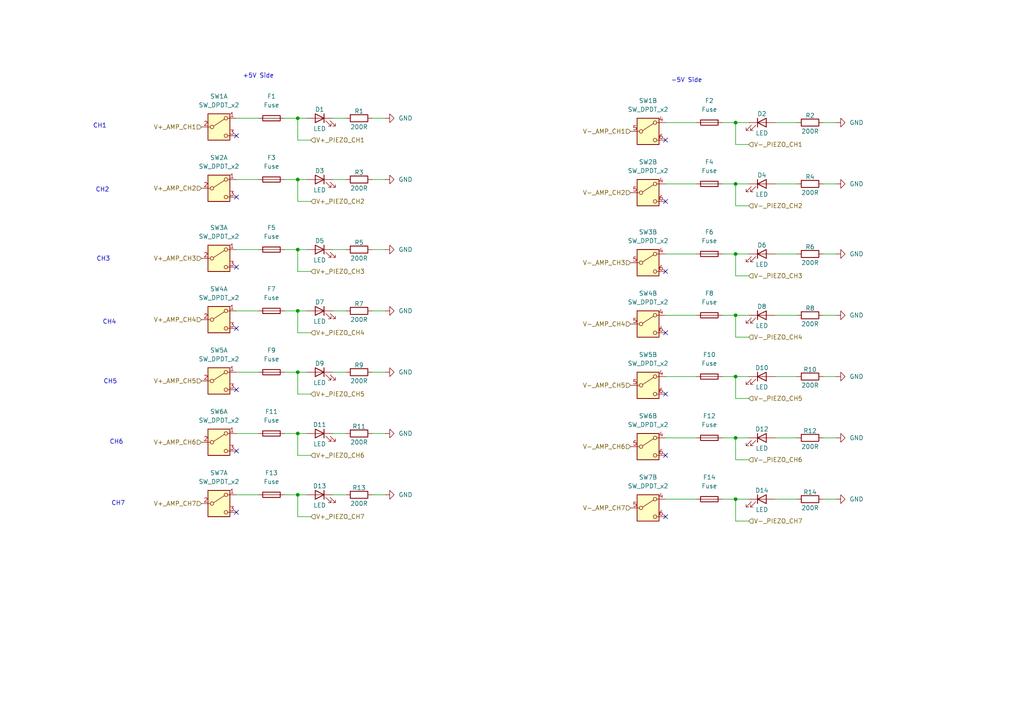
<source format=kicad_sch>
(kicad_sch
	(version 20231120)
	(generator "eeschema")
	(generator_version "8.0")
	(uuid "178ecaf7-e70f-4c80-bbb0-de1a8cd85e4f")
	(paper "A4")
	(lib_symbols
		(symbol "Device:Fuse"
			(pin_numbers hide)
			(pin_names
				(offset 0)
			)
			(exclude_from_sim no)
			(in_bom yes)
			(on_board yes)
			(property "Reference" "F"
				(at 2.032 0 90)
				(effects
					(font
						(size 1.27 1.27)
					)
				)
			)
			(property "Value" "Fuse"
				(at -1.905 0 90)
				(effects
					(font
						(size 1.27 1.27)
					)
				)
			)
			(property "Footprint" ""
				(at -1.778 0 90)
				(effects
					(font
						(size 1.27 1.27)
					)
					(hide yes)
				)
			)
			(property "Datasheet" "~"
				(at 0 0 0)
				(effects
					(font
						(size 1.27 1.27)
					)
					(hide yes)
				)
			)
			(property "Description" "Fuse"
				(at 0 0 0)
				(effects
					(font
						(size 1.27 1.27)
					)
					(hide yes)
				)
			)
			(property "ki_keywords" "fuse"
				(at 0 0 0)
				(effects
					(font
						(size 1.27 1.27)
					)
					(hide yes)
				)
			)
			(property "ki_fp_filters" "*Fuse*"
				(at 0 0 0)
				(effects
					(font
						(size 1.27 1.27)
					)
					(hide yes)
				)
			)
			(symbol "Fuse_0_1"
				(rectangle
					(start -0.762 -2.54)
					(end 0.762 2.54)
					(stroke
						(width 0.254)
						(type default)
					)
					(fill
						(type none)
					)
				)
				(polyline
					(pts
						(xy 0 2.54) (xy 0 -2.54)
					)
					(stroke
						(width 0)
						(type default)
					)
					(fill
						(type none)
					)
				)
			)
			(symbol "Fuse_1_1"
				(pin passive line
					(at 0 3.81 270)
					(length 1.27)
					(name "~"
						(effects
							(font
								(size 1.27 1.27)
							)
						)
					)
					(number "1"
						(effects
							(font
								(size 1.27 1.27)
							)
						)
					)
				)
				(pin passive line
					(at 0 -3.81 90)
					(length 1.27)
					(name "~"
						(effects
							(font
								(size 1.27 1.27)
							)
						)
					)
					(number "2"
						(effects
							(font
								(size 1.27 1.27)
							)
						)
					)
				)
			)
		)
		(symbol "Device:LED"
			(pin_numbers hide)
			(pin_names
				(offset 1.016) hide)
			(exclude_from_sim no)
			(in_bom yes)
			(on_board yes)
			(property "Reference" "D"
				(at 0 2.54 0)
				(effects
					(font
						(size 1.27 1.27)
					)
				)
			)
			(property "Value" "LED"
				(at 0 -2.54 0)
				(effects
					(font
						(size 1.27 1.27)
					)
				)
			)
			(property "Footprint" ""
				(at 0 0 0)
				(effects
					(font
						(size 1.27 1.27)
					)
					(hide yes)
				)
			)
			(property "Datasheet" "~"
				(at 0 0 0)
				(effects
					(font
						(size 1.27 1.27)
					)
					(hide yes)
				)
			)
			(property "Description" "Light emitting diode"
				(at 0 0 0)
				(effects
					(font
						(size 1.27 1.27)
					)
					(hide yes)
				)
			)
			(property "ki_keywords" "LED diode"
				(at 0 0 0)
				(effects
					(font
						(size 1.27 1.27)
					)
					(hide yes)
				)
			)
			(property "ki_fp_filters" "LED* LED_SMD:* LED_THT:*"
				(at 0 0 0)
				(effects
					(font
						(size 1.27 1.27)
					)
					(hide yes)
				)
			)
			(symbol "LED_0_1"
				(polyline
					(pts
						(xy -1.27 -1.27) (xy -1.27 1.27)
					)
					(stroke
						(width 0.254)
						(type default)
					)
					(fill
						(type none)
					)
				)
				(polyline
					(pts
						(xy -1.27 0) (xy 1.27 0)
					)
					(stroke
						(width 0)
						(type default)
					)
					(fill
						(type none)
					)
				)
				(polyline
					(pts
						(xy 1.27 -1.27) (xy 1.27 1.27) (xy -1.27 0) (xy 1.27 -1.27)
					)
					(stroke
						(width 0.254)
						(type default)
					)
					(fill
						(type none)
					)
				)
				(polyline
					(pts
						(xy -3.048 -0.762) (xy -4.572 -2.286) (xy -3.81 -2.286) (xy -4.572 -2.286) (xy -4.572 -1.524)
					)
					(stroke
						(width 0)
						(type default)
					)
					(fill
						(type none)
					)
				)
				(polyline
					(pts
						(xy -1.778 -0.762) (xy -3.302 -2.286) (xy -2.54 -2.286) (xy -3.302 -2.286) (xy -3.302 -1.524)
					)
					(stroke
						(width 0)
						(type default)
					)
					(fill
						(type none)
					)
				)
			)
			(symbol "LED_1_1"
				(pin passive line
					(at -3.81 0 0)
					(length 2.54)
					(name "K"
						(effects
							(font
								(size 1.27 1.27)
							)
						)
					)
					(number "1"
						(effects
							(font
								(size 1.27 1.27)
							)
						)
					)
				)
				(pin passive line
					(at 3.81 0 180)
					(length 2.54)
					(name "A"
						(effects
							(font
								(size 1.27 1.27)
							)
						)
					)
					(number "2"
						(effects
							(font
								(size 1.27 1.27)
							)
						)
					)
				)
			)
		)
		(symbol "Device:R"
			(pin_numbers hide)
			(pin_names
				(offset 0)
			)
			(exclude_from_sim no)
			(in_bom yes)
			(on_board yes)
			(property "Reference" "R"
				(at 2.032 0 90)
				(effects
					(font
						(size 1.27 1.27)
					)
				)
			)
			(property "Value" "R"
				(at 0 0 90)
				(effects
					(font
						(size 1.27 1.27)
					)
				)
			)
			(property "Footprint" ""
				(at -1.778 0 90)
				(effects
					(font
						(size 1.27 1.27)
					)
					(hide yes)
				)
			)
			(property "Datasheet" "~"
				(at 0 0 0)
				(effects
					(font
						(size 1.27 1.27)
					)
					(hide yes)
				)
			)
			(property "Description" "Resistor"
				(at 0 0 0)
				(effects
					(font
						(size 1.27 1.27)
					)
					(hide yes)
				)
			)
			(property "ki_keywords" "R res resistor"
				(at 0 0 0)
				(effects
					(font
						(size 1.27 1.27)
					)
					(hide yes)
				)
			)
			(property "ki_fp_filters" "R_*"
				(at 0 0 0)
				(effects
					(font
						(size 1.27 1.27)
					)
					(hide yes)
				)
			)
			(symbol "R_0_1"
				(rectangle
					(start -1.016 -2.54)
					(end 1.016 2.54)
					(stroke
						(width 0.254)
						(type default)
					)
					(fill
						(type none)
					)
				)
			)
			(symbol "R_1_1"
				(pin passive line
					(at 0 3.81 270)
					(length 1.27)
					(name "~"
						(effects
							(font
								(size 1.27 1.27)
							)
						)
					)
					(number "1"
						(effects
							(font
								(size 1.27 1.27)
							)
						)
					)
				)
				(pin passive line
					(at 0 -3.81 90)
					(length 1.27)
					(name "~"
						(effects
							(font
								(size 1.27 1.27)
							)
						)
					)
					(number "2"
						(effects
							(font
								(size 1.27 1.27)
							)
						)
					)
				)
			)
		)
		(symbol "Switch:SW_DPDT_x2"
			(pin_names
				(offset 0) hide)
			(exclude_from_sim no)
			(in_bom yes)
			(on_board yes)
			(property "Reference" "SW"
				(at 0 5.08 0)
				(effects
					(font
						(size 1.27 1.27)
					)
				)
			)
			(property "Value" "SW_DPDT_x2"
				(at 0 -5.08 0)
				(effects
					(font
						(size 1.27 1.27)
					)
				)
			)
			(property "Footprint" ""
				(at 0 0 0)
				(effects
					(font
						(size 1.27 1.27)
					)
					(hide yes)
				)
			)
			(property "Datasheet" "~"
				(at 0 0 0)
				(effects
					(font
						(size 1.27 1.27)
					)
					(hide yes)
				)
			)
			(property "Description" "Switch, dual pole double throw, separate symbols"
				(at 0 0 0)
				(effects
					(font
						(size 1.27 1.27)
					)
					(hide yes)
				)
			)
			(property "ki_keywords" "switch dual-pole double-throw DPDT spdt ON-ON"
				(at 0 0 0)
				(effects
					(font
						(size 1.27 1.27)
					)
					(hide yes)
				)
			)
			(property "ki_fp_filters" "SW*DPDT*"
				(at 0 0 0)
				(effects
					(font
						(size 1.27 1.27)
					)
					(hide yes)
				)
			)
			(symbol "SW_DPDT_x2_0_0"
				(circle
					(center -2.032 0)
					(radius 0.508)
					(stroke
						(width 0)
						(type default)
					)
					(fill
						(type none)
					)
				)
				(circle
					(center 2.032 -2.54)
					(radius 0.508)
					(stroke
						(width 0)
						(type default)
					)
					(fill
						(type none)
					)
				)
			)
			(symbol "SW_DPDT_x2_0_1"
				(rectangle
					(start -3.175 3.81)
					(end 3.175 -3.81)
					(stroke
						(width 0.254)
						(type default)
					)
					(fill
						(type background)
					)
				)
				(polyline
					(pts
						(xy -1.524 0.254) (xy 1.5748 2.286)
					)
					(stroke
						(width 0)
						(type default)
					)
					(fill
						(type none)
					)
				)
				(circle
					(center 2.032 2.54)
					(radius 0.508)
					(stroke
						(width 0)
						(type default)
					)
					(fill
						(type none)
					)
				)
			)
			(symbol "SW_DPDT_x2_1_1"
				(pin passive line
					(at 5.08 2.54 180)
					(length 2.54)
					(name "A"
						(effects
							(font
								(size 1.27 1.27)
							)
						)
					)
					(number "1"
						(effects
							(font
								(size 1.27 1.27)
							)
						)
					)
				)
				(pin passive line
					(at -5.08 0 0)
					(length 2.54)
					(name "B"
						(effects
							(font
								(size 1.27 1.27)
							)
						)
					)
					(number "2"
						(effects
							(font
								(size 1.27 1.27)
							)
						)
					)
				)
				(pin passive line
					(at 5.08 -2.54 180)
					(length 2.54)
					(name "C"
						(effects
							(font
								(size 1.27 1.27)
							)
						)
					)
					(number "3"
						(effects
							(font
								(size 1.27 1.27)
							)
						)
					)
				)
			)
			(symbol "SW_DPDT_x2_2_1"
				(pin passive line
					(at 5.08 2.54 180)
					(length 2.54)
					(name "A"
						(effects
							(font
								(size 1.27 1.27)
							)
						)
					)
					(number "4"
						(effects
							(font
								(size 1.27 1.27)
							)
						)
					)
				)
				(pin passive line
					(at -5.08 0 0)
					(length 2.54)
					(name "B"
						(effects
							(font
								(size 1.27 1.27)
							)
						)
					)
					(number "5"
						(effects
							(font
								(size 1.27 1.27)
							)
						)
					)
				)
				(pin passive line
					(at 5.08 -2.54 180)
					(length 2.54)
					(name "C"
						(effects
							(font
								(size 1.27 1.27)
							)
						)
					)
					(number "6"
						(effects
							(font
								(size 1.27 1.27)
							)
						)
					)
				)
			)
		)
		(symbol "power:GND"
			(power)
			(pin_numbers hide)
			(pin_names
				(offset 0) hide)
			(exclude_from_sim no)
			(in_bom yes)
			(on_board yes)
			(property "Reference" "#PWR"
				(at 0 -6.35 0)
				(effects
					(font
						(size 1.27 1.27)
					)
					(hide yes)
				)
			)
			(property "Value" "GND"
				(at 0 -3.81 0)
				(effects
					(font
						(size 1.27 1.27)
					)
				)
			)
			(property "Footprint" ""
				(at 0 0 0)
				(effects
					(font
						(size 1.27 1.27)
					)
					(hide yes)
				)
			)
			(property "Datasheet" ""
				(at 0 0 0)
				(effects
					(font
						(size 1.27 1.27)
					)
					(hide yes)
				)
			)
			(property "Description" "Power symbol creates a global label with name \"GND\" , ground"
				(at 0 0 0)
				(effects
					(font
						(size 1.27 1.27)
					)
					(hide yes)
				)
			)
			(property "ki_keywords" "global power"
				(at 0 0 0)
				(effects
					(font
						(size 1.27 1.27)
					)
					(hide yes)
				)
			)
			(symbol "GND_0_1"
				(polyline
					(pts
						(xy 0 0) (xy 0 -1.27) (xy 1.27 -1.27) (xy 0 -2.54) (xy -1.27 -1.27) (xy 0 -1.27)
					)
					(stroke
						(width 0)
						(type default)
					)
					(fill
						(type none)
					)
				)
			)
			(symbol "GND_1_1"
				(pin power_in line
					(at 0 0 270)
					(length 0)
					(name "~"
						(effects
							(font
								(size 1.27 1.27)
							)
						)
					)
					(number "1"
						(effects
							(font
								(size 1.27 1.27)
							)
						)
					)
				)
			)
		)
	)
	(junction
		(at 86.36 125.73)
		(diameter 0)
		(color 0 0 0 0)
		(uuid "05490f46-b08f-4ec9-ab03-936b9b675b56")
	)
	(junction
		(at 86.36 143.51)
		(diameter 0)
		(color 0 0 0 0)
		(uuid "1d3d1060-12c3-47ed-b6dc-8664895226af")
	)
	(junction
		(at 213.36 35.56)
		(diameter 0)
		(color 0 0 0 0)
		(uuid "34d58573-ab3e-4aa9-95cd-7fb49ca5b413")
	)
	(junction
		(at 86.36 52.07)
		(diameter 0)
		(color 0 0 0 0)
		(uuid "53dda7d6-aff4-4db2-ba8e-22b0207259a6")
	)
	(junction
		(at 213.36 127)
		(diameter 0)
		(color 0 0 0 0)
		(uuid "54cf8717-5534-4e1c-801b-5e5ca9aadef6")
	)
	(junction
		(at 86.36 72.39)
		(diameter 0)
		(color 0 0 0 0)
		(uuid "5e31f01e-5bb1-4c0c-9919-b73e55bba0a3")
	)
	(junction
		(at 213.36 73.66)
		(diameter 0)
		(color 0 0 0 0)
		(uuid "665b58dc-cb0a-4adc-bc10-7cf12f389c31")
	)
	(junction
		(at 213.36 109.22)
		(diameter 0)
		(color 0 0 0 0)
		(uuid "b2921bc9-d6d0-47b1-b1e7-e7222a2124eb")
	)
	(junction
		(at 86.36 90.17)
		(diameter 0)
		(color 0 0 0 0)
		(uuid "b601d5ad-db28-42f8-82d4-45407d60216c")
	)
	(junction
		(at 86.36 34.29)
		(diameter 0)
		(color 0 0 0 0)
		(uuid "d269c958-f1f8-43e4-8dbe-59c271940da2")
	)
	(junction
		(at 213.36 91.44)
		(diameter 0)
		(color 0 0 0 0)
		(uuid "ea20cb68-6fbb-4093-a5ee-7766cc92a102")
	)
	(junction
		(at 86.36 107.95)
		(diameter 0)
		(color 0 0 0 0)
		(uuid "f4374891-11f1-4fc1-8784-377efc820e6e")
	)
	(junction
		(at 213.36 144.78)
		(diameter 0)
		(color 0 0 0 0)
		(uuid "f679f7ba-41b2-404f-b7fd-08ac7df2e43f")
	)
	(junction
		(at 213.36 53.34)
		(diameter 0)
		(color 0 0 0 0)
		(uuid "f6f553ed-428f-42df-b938-fd5c49d3af6a")
	)
	(no_connect
		(at 68.58 148.59)
		(uuid "20eadeb6-dc9a-41f4-bb45-c2c283e73715")
	)
	(no_connect
		(at 193.04 40.64)
		(uuid "2a711c05-8af7-4ade-a195-92cc8c6cd556")
	)
	(no_connect
		(at 68.58 95.25)
		(uuid "31342740-79ac-4efa-a702-91e69b9ab88c")
	)
	(no_connect
		(at 68.58 57.15)
		(uuid "7a8c040c-70dc-4d7e-9ceb-0fb1305826bf")
	)
	(no_connect
		(at 68.58 130.81)
		(uuid "7fc5839c-115a-41d1-9629-3c759ff1f23d")
	)
	(no_connect
		(at 68.58 77.47)
		(uuid "9a158930-6c68-4908-8eaf-79abfaf49986")
	)
	(no_connect
		(at 193.04 58.42)
		(uuid "9e2ef469-35e7-4c78-a98a-a35cead52c23")
	)
	(no_connect
		(at 68.58 39.37)
		(uuid "a2fce490-7721-4c64-87c3-6e04a8d475cb")
	)
	(no_connect
		(at 193.04 114.3)
		(uuid "b64623df-5faa-4dcb-8d9e-e591a6a7fd74")
	)
	(no_connect
		(at 193.04 132.08)
		(uuid "be5939f8-4748-4304-8a4c-1afc69157ee2")
	)
	(no_connect
		(at 68.58 113.03)
		(uuid "d12c4205-ba41-4696-a91e-53b6887fc925")
	)
	(no_connect
		(at 193.04 96.52)
		(uuid "d897324c-a3d9-4ac5-85e7-442c62fc8e0f")
	)
	(no_connect
		(at 193.04 149.86)
		(uuid "e2b270eb-be73-4110-b7f4-992f7354c15e")
	)
	(no_connect
		(at 193.04 78.74)
		(uuid "f92becf8-2b8e-4bc3-a11d-27c5b6e44767")
	)
	(wire
		(pts
			(xy 193.04 91.44) (xy 201.93 91.44)
		)
		(stroke
			(width 0)
			(type default)
		)
		(uuid "030fcb3d-fba9-4b99-94d0-9abc5d3ba410")
	)
	(wire
		(pts
			(xy 86.36 52.07) (xy 86.36 58.42)
		)
		(stroke
			(width 0)
			(type default)
		)
		(uuid "03ab2ae2-93b5-4ca0-a65f-b570b97988f1")
	)
	(wire
		(pts
			(xy 86.36 90.17) (xy 86.36 96.52)
		)
		(stroke
			(width 0)
			(type default)
		)
		(uuid "083af904-eb2d-4b64-a993-f6ab847e623d")
	)
	(wire
		(pts
			(xy 209.55 73.66) (xy 213.36 73.66)
		)
		(stroke
			(width 0)
			(type default)
		)
		(uuid "09e86aa9-05f6-4f6e-94c0-cb04878979da")
	)
	(wire
		(pts
			(xy 68.58 34.29) (xy 74.93 34.29)
		)
		(stroke
			(width 0)
			(type default)
		)
		(uuid "0a46119d-c42d-4088-b156-68d170faa7c6")
	)
	(wire
		(pts
			(xy 193.04 127) (xy 201.93 127)
		)
		(stroke
			(width 0)
			(type default)
		)
		(uuid "0b9db3b9-16c7-4104-9f0d-8dc4de89c73c")
	)
	(wire
		(pts
			(xy 96.52 72.39) (xy 100.33 72.39)
		)
		(stroke
			(width 0)
			(type default)
		)
		(uuid "0f1d8bb9-6bce-4238-874f-04ee3f473088")
	)
	(wire
		(pts
			(xy 213.36 144.78) (xy 217.17 144.78)
		)
		(stroke
			(width 0)
			(type default)
		)
		(uuid "111f54c9-2613-48c2-9a9b-e4b9d192687e")
	)
	(wire
		(pts
			(xy 213.36 41.91) (xy 217.17 41.91)
		)
		(stroke
			(width 0)
			(type default)
		)
		(uuid "114d5a23-4fe6-48af-89b3-5094ac44f820")
	)
	(wire
		(pts
			(xy 86.36 34.29) (xy 86.36 40.64)
		)
		(stroke
			(width 0)
			(type default)
		)
		(uuid "136631b6-5248-4687-8804-f63b51ef678b")
	)
	(wire
		(pts
			(xy 238.76 73.66) (xy 242.57 73.66)
		)
		(stroke
			(width 0)
			(type default)
		)
		(uuid "1a5740dd-e4e1-4fe7-8be7-102aaa5be13d")
	)
	(wire
		(pts
			(xy 107.95 90.17) (xy 111.76 90.17)
		)
		(stroke
			(width 0)
			(type default)
		)
		(uuid "1e1ee5fa-26d1-4970-8e2f-2937476b46aa")
	)
	(wire
		(pts
			(xy 86.36 40.64) (xy 90.17 40.64)
		)
		(stroke
			(width 0)
			(type default)
		)
		(uuid "264baa21-1f3f-4624-b61c-bda1c3005f64")
	)
	(wire
		(pts
			(xy 213.36 35.56) (xy 213.36 41.91)
		)
		(stroke
			(width 0)
			(type default)
		)
		(uuid "2867685e-f379-47a3-b4f8-03cc81bb0c36")
	)
	(wire
		(pts
			(xy 107.95 52.07) (xy 111.76 52.07)
		)
		(stroke
			(width 0)
			(type default)
		)
		(uuid "2ada9493-2ca3-4d94-bc9c-984bccca637a")
	)
	(wire
		(pts
			(xy 224.79 53.34) (xy 231.14 53.34)
		)
		(stroke
			(width 0)
			(type default)
		)
		(uuid "3245e555-d665-4bbb-bd7b-aca76f400a7a")
	)
	(wire
		(pts
			(xy 96.52 125.73) (xy 100.33 125.73)
		)
		(stroke
			(width 0)
			(type default)
		)
		(uuid "34457004-4415-443d-84ff-f55971c82bbb")
	)
	(wire
		(pts
			(xy 107.95 143.51) (xy 111.76 143.51)
		)
		(stroke
			(width 0)
			(type default)
		)
		(uuid "35b0004e-9e8c-4b34-a4e3-d21c80ca965b")
	)
	(wire
		(pts
			(xy 213.36 133.35) (xy 217.17 133.35)
		)
		(stroke
			(width 0)
			(type default)
		)
		(uuid "36635bcb-6469-4816-a82d-ff4121b84e3d")
	)
	(wire
		(pts
			(xy 238.76 109.22) (xy 242.57 109.22)
		)
		(stroke
			(width 0)
			(type default)
		)
		(uuid "38903393-195b-4c06-8975-25b23773adf6")
	)
	(wire
		(pts
			(xy 86.36 149.86) (xy 90.17 149.86)
		)
		(stroke
			(width 0)
			(type default)
		)
		(uuid "39caf4e1-3419-4f70-92d1-c59cc65d8852")
	)
	(wire
		(pts
			(xy 213.36 73.66) (xy 217.17 73.66)
		)
		(stroke
			(width 0)
			(type default)
		)
		(uuid "3bd7f1b5-c81e-4e04-a00f-b15b0e2e536b")
	)
	(wire
		(pts
			(xy 238.76 144.78) (xy 242.57 144.78)
		)
		(stroke
			(width 0)
			(type default)
		)
		(uuid "3c009a93-2b8c-493b-ba56-31ee4972efc6")
	)
	(wire
		(pts
			(xy 68.58 143.51) (xy 74.93 143.51)
		)
		(stroke
			(width 0)
			(type default)
		)
		(uuid "3d8a5659-0617-474e-9c7c-2e81573755fb")
	)
	(wire
		(pts
			(xy 82.55 125.73) (xy 86.36 125.73)
		)
		(stroke
			(width 0)
			(type default)
		)
		(uuid "3f8ded42-a192-423f-9835-5edac83186dc")
	)
	(wire
		(pts
			(xy 213.36 35.56) (xy 217.17 35.56)
		)
		(stroke
			(width 0)
			(type default)
		)
		(uuid "41b793ca-c2b0-4e4b-9eb8-ed9de177f24d")
	)
	(wire
		(pts
			(xy 96.52 90.17) (xy 100.33 90.17)
		)
		(stroke
			(width 0)
			(type default)
		)
		(uuid "44cc81ec-adf1-4ea2-902d-78ebc731f074")
	)
	(wire
		(pts
			(xy 213.36 73.66) (xy 213.36 80.01)
		)
		(stroke
			(width 0)
			(type default)
		)
		(uuid "4685b22b-9a21-44e3-b8ba-1f3ac94305ad")
	)
	(wire
		(pts
			(xy 82.55 52.07) (xy 86.36 52.07)
		)
		(stroke
			(width 0)
			(type default)
		)
		(uuid "4706a292-e860-4414-9a13-4b15de7e112b")
	)
	(wire
		(pts
			(xy 238.76 53.34) (xy 242.57 53.34)
		)
		(stroke
			(width 0)
			(type default)
		)
		(uuid "496fac0f-561c-4d97-b444-a95c15ee6817")
	)
	(wire
		(pts
			(xy 213.36 115.57) (xy 217.17 115.57)
		)
		(stroke
			(width 0)
			(type default)
		)
		(uuid "4a402bc7-74f6-41fe-ac7c-01ad8f09cdd5")
	)
	(wire
		(pts
			(xy 213.36 127) (xy 217.17 127)
		)
		(stroke
			(width 0)
			(type default)
		)
		(uuid "4ffb2265-aebd-40b0-9cfe-1182877e151f")
	)
	(wire
		(pts
			(xy 238.76 127) (xy 242.57 127)
		)
		(stroke
			(width 0)
			(type default)
		)
		(uuid "522e2ee1-9a8a-456f-ac7c-61c541b0432d")
	)
	(wire
		(pts
			(xy 213.36 59.69) (xy 217.17 59.69)
		)
		(stroke
			(width 0)
			(type default)
		)
		(uuid "57b8e770-8382-4e3d-92ed-2d4efe296429")
	)
	(wire
		(pts
			(xy 86.36 125.73) (xy 86.36 132.08)
		)
		(stroke
			(width 0)
			(type default)
		)
		(uuid "584183a7-a00c-4bd4-a8fe-1bea390e8e4a")
	)
	(wire
		(pts
			(xy 213.36 151.13) (xy 217.17 151.13)
		)
		(stroke
			(width 0)
			(type default)
		)
		(uuid "5c259c05-f95b-4ab2-90de-ca6ad5c4bd44")
	)
	(wire
		(pts
			(xy 86.36 143.51) (xy 88.9 143.51)
		)
		(stroke
			(width 0)
			(type default)
		)
		(uuid "5c6afdbd-23d8-4d61-bafb-00a2f4852cbd")
	)
	(wire
		(pts
			(xy 193.04 73.66) (xy 201.93 73.66)
		)
		(stroke
			(width 0)
			(type default)
		)
		(uuid "5d9f6a5a-1e28-4158-9c57-2a0e3b891475")
	)
	(wire
		(pts
			(xy 82.55 143.51) (xy 86.36 143.51)
		)
		(stroke
			(width 0)
			(type default)
		)
		(uuid "60be85f7-7023-4a19-b8f3-8e8f81c0b333")
	)
	(wire
		(pts
			(xy 86.36 72.39) (xy 88.9 72.39)
		)
		(stroke
			(width 0)
			(type default)
		)
		(uuid "60dc69de-b6a2-47ab-ab30-5b5745bc606c")
	)
	(wire
		(pts
			(xy 193.04 53.34) (xy 201.93 53.34)
		)
		(stroke
			(width 0)
			(type default)
		)
		(uuid "610c802d-d934-4830-b6ed-e1b01be42ab7")
	)
	(wire
		(pts
			(xy 209.55 127) (xy 213.36 127)
		)
		(stroke
			(width 0)
			(type default)
		)
		(uuid "6324ab75-2950-4f47-a314-197d63bf6684")
	)
	(wire
		(pts
			(xy 68.58 90.17) (xy 74.93 90.17)
		)
		(stroke
			(width 0)
			(type default)
		)
		(uuid "650a4b76-8bba-42e4-834e-812cade60b41")
	)
	(wire
		(pts
			(xy 213.36 144.78) (xy 213.36 151.13)
		)
		(stroke
			(width 0)
			(type default)
		)
		(uuid "6521d38f-64ef-41b4-9643-6711dd14f5bb")
	)
	(wire
		(pts
			(xy 213.36 53.34) (xy 217.17 53.34)
		)
		(stroke
			(width 0)
			(type default)
		)
		(uuid "6837eee0-06d4-462d-bac1-cc78b4f1ef3a")
	)
	(wire
		(pts
			(xy 213.36 109.22) (xy 217.17 109.22)
		)
		(stroke
			(width 0)
			(type default)
		)
		(uuid "68688e0d-21df-45ee-991b-d8c8f8945d7b")
	)
	(wire
		(pts
			(xy 68.58 107.95) (xy 74.93 107.95)
		)
		(stroke
			(width 0)
			(type default)
		)
		(uuid "687d6303-872e-43ed-8729-0d24836ab3b8")
	)
	(wire
		(pts
			(xy 68.58 72.39) (xy 74.93 72.39)
		)
		(stroke
			(width 0)
			(type default)
		)
		(uuid "691b5b97-9df4-4aa0-9872-0cc1f68c4b66")
	)
	(wire
		(pts
			(xy 86.36 52.07) (xy 88.9 52.07)
		)
		(stroke
			(width 0)
			(type default)
		)
		(uuid "6e0589d3-8973-4da5-8d33-a9af1e1dba47")
	)
	(wire
		(pts
			(xy 86.36 107.95) (xy 88.9 107.95)
		)
		(stroke
			(width 0)
			(type default)
		)
		(uuid "703851a8-6be6-4e09-8508-a938f9a261a9")
	)
	(wire
		(pts
			(xy 96.52 34.29) (xy 100.33 34.29)
		)
		(stroke
			(width 0)
			(type default)
		)
		(uuid "71c2952d-0e32-450d-9b32-c5458b32837c")
	)
	(wire
		(pts
			(xy 68.58 125.73) (xy 74.93 125.73)
		)
		(stroke
			(width 0)
			(type default)
		)
		(uuid "7434a4b6-39d1-4a8c-b0cd-6edfd592848f")
	)
	(wire
		(pts
			(xy 224.79 73.66) (xy 231.14 73.66)
		)
		(stroke
			(width 0)
			(type default)
		)
		(uuid "748d3d61-b02b-429a-a18e-648a1be34d18")
	)
	(wire
		(pts
			(xy 107.95 125.73) (xy 111.76 125.73)
		)
		(stroke
			(width 0)
			(type default)
		)
		(uuid "7eac9257-279d-4f97-ac15-a59092eff3f2")
	)
	(wire
		(pts
			(xy 193.04 109.22) (xy 201.93 109.22)
		)
		(stroke
			(width 0)
			(type default)
		)
		(uuid "81dae936-bd76-4e54-b013-5fd051c7f139")
	)
	(wire
		(pts
			(xy 96.52 143.51) (xy 100.33 143.51)
		)
		(stroke
			(width 0)
			(type default)
		)
		(uuid "883b0170-ae73-4ed5-851c-0c743a6d1ec4")
	)
	(wire
		(pts
			(xy 193.04 35.56) (xy 201.93 35.56)
		)
		(stroke
			(width 0)
			(type default)
		)
		(uuid "88daf2d1-233c-445b-a291-90225511e6ae")
	)
	(wire
		(pts
			(xy 213.36 97.79) (xy 217.17 97.79)
		)
		(stroke
			(width 0)
			(type default)
		)
		(uuid "89781bcd-7657-4c6d-b5c7-43daa81a2ea1")
	)
	(wire
		(pts
			(xy 86.36 143.51) (xy 86.36 149.86)
		)
		(stroke
			(width 0)
			(type default)
		)
		(uuid "908ea94d-fc0e-4352-b2a6-850ad934b018")
	)
	(wire
		(pts
			(xy 68.58 52.07) (xy 74.93 52.07)
		)
		(stroke
			(width 0)
			(type default)
		)
		(uuid "912613fe-02c4-4059-943b-a45f0b4a4201")
	)
	(wire
		(pts
			(xy 107.95 72.39) (xy 111.76 72.39)
		)
		(stroke
			(width 0)
			(type default)
		)
		(uuid "917da3ef-5aec-47e1-b6ae-4f13ae6cd11a")
	)
	(wire
		(pts
			(xy 86.36 90.17) (xy 88.9 90.17)
		)
		(stroke
			(width 0)
			(type default)
		)
		(uuid "91bcbca6-4f3b-4a3d-9bad-8b4dd0f1bca9")
	)
	(wire
		(pts
			(xy 213.36 91.44) (xy 217.17 91.44)
		)
		(stroke
			(width 0)
			(type default)
		)
		(uuid "920e5ef1-4f10-46c7-9533-742bf64019ce")
	)
	(wire
		(pts
			(xy 86.36 107.95) (xy 86.36 114.3)
		)
		(stroke
			(width 0)
			(type default)
		)
		(uuid "92af43ee-8075-4c88-b766-a94cdb83ff70")
	)
	(wire
		(pts
			(xy 86.36 132.08) (xy 90.17 132.08)
		)
		(stroke
			(width 0)
			(type default)
		)
		(uuid "936dae8a-a5cb-4133-b28b-88e59a14e0ea")
	)
	(wire
		(pts
			(xy 224.79 127) (xy 231.14 127)
		)
		(stroke
			(width 0)
			(type default)
		)
		(uuid "9452c2b0-a4bc-4b9a-aea3-4481b0a70e40")
	)
	(wire
		(pts
			(xy 209.55 35.56) (xy 213.36 35.56)
		)
		(stroke
			(width 0)
			(type default)
		)
		(uuid "95a576ef-576e-422e-b0be-0c0eb23f2ea4")
	)
	(wire
		(pts
			(xy 96.52 52.07) (xy 100.33 52.07)
		)
		(stroke
			(width 0)
			(type default)
		)
		(uuid "97a83c49-8b55-4900-ad36-afaf986accd4")
	)
	(wire
		(pts
			(xy 193.04 144.78) (xy 201.93 144.78)
		)
		(stroke
			(width 0)
			(type default)
		)
		(uuid "9b0c6ac5-8cbc-4dd1-a23b-307ad523691b")
	)
	(wire
		(pts
			(xy 86.36 58.42) (xy 90.17 58.42)
		)
		(stroke
			(width 0)
			(type default)
		)
		(uuid "9dc5a98c-cc69-413f-a223-bcc22369aa10")
	)
	(wire
		(pts
			(xy 238.76 35.56) (xy 242.57 35.56)
		)
		(stroke
			(width 0)
			(type default)
		)
		(uuid "a00504e2-38eb-45e1-9083-9a05a0ef4ff9")
	)
	(wire
		(pts
			(xy 209.55 109.22) (xy 213.36 109.22)
		)
		(stroke
			(width 0)
			(type default)
		)
		(uuid "a4fd395a-587f-4307-a9e0-aa865693a9e2")
	)
	(wire
		(pts
			(xy 209.55 91.44) (xy 213.36 91.44)
		)
		(stroke
			(width 0)
			(type default)
		)
		(uuid "a52b3487-767d-4447-bbfa-928b3ecfd30b")
	)
	(wire
		(pts
			(xy 82.55 72.39) (xy 86.36 72.39)
		)
		(stroke
			(width 0)
			(type default)
		)
		(uuid "a84c4896-e414-4564-bf3e-10b3e276feb5")
	)
	(wire
		(pts
			(xy 213.36 91.44) (xy 213.36 97.79)
		)
		(stroke
			(width 0)
			(type default)
		)
		(uuid "ab68c402-055a-469c-ade7-9d5f7330cce5")
	)
	(wire
		(pts
			(xy 86.36 114.3) (xy 90.17 114.3)
		)
		(stroke
			(width 0)
			(type default)
		)
		(uuid "ad9d91e3-8fa0-46d8-ac08-b6def51ad0de")
	)
	(wire
		(pts
			(xy 213.36 109.22) (xy 213.36 115.57)
		)
		(stroke
			(width 0)
			(type default)
		)
		(uuid "b5b520ae-2d3b-406a-8f9f-fce374ad8f31")
	)
	(wire
		(pts
			(xy 82.55 34.29) (xy 86.36 34.29)
		)
		(stroke
			(width 0)
			(type default)
		)
		(uuid "b626cf8d-48ba-4406-991b-8ebb90d6aa6a")
	)
	(wire
		(pts
			(xy 213.36 127) (xy 213.36 133.35)
		)
		(stroke
			(width 0)
			(type default)
		)
		(uuid "b8da96d3-aa0d-41b7-a348-6d88270543a9")
	)
	(wire
		(pts
			(xy 86.36 72.39) (xy 86.36 78.74)
		)
		(stroke
			(width 0)
			(type default)
		)
		(uuid "bca0ea2f-8072-4f28-9a9e-98c1546b27e4")
	)
	(wire
		(pts
			(xy 86.36 96.52) (xy 90.17 96.52)
		)
		(stroke
			(width 0)
			(type default)
		)
		(uuid "bcd602db-79d4-413a-88e6-19dc079f162f")
	)
	(wire
		(pts
			(xy 224.79 35.56) (xy 231.14 35.56)
		)
		(stroke
			(width 0)
			(type default)
		)
		(uuid "c41f4729-f3f2-4c4a-b00b-1a2fd305115a")
	)
	(wire
		(pts
			(xy 209.55 53.34) (xy 213.36 53.34)
		)
		(stroke
			(width 0)
			(type default)
		)
		(uuid "c5cbc30a-d56e-4012-b678-17454afeb9d3")
	)
	(wire
		(pts
			(xy 86.36 34.29) (xy 88.9 34.29)
		)
		(stroke
			(width 0)
			(type default)
		)
		(uuid "cde8bf93-988d-4cc9-9823-448a81feb63c")
	)
	(wire
		(pts
			(xy 82.55 107.95) (xy 86.36 107.95)
		)
		(stroke
			(width 0)
			(type default)
		)
		(uuid "d1b54b42-e81f-40ab-b67d-14ee32d2fced")
	)
	(wire
		(pts
			(xy 213.36 80.01) (xy 217.17 80.01)
		)
		(stroke
			(width 0)
			(type default)
		)
		(uuid "d6a17147-de96-4e1c-b165-f11fac3af923")
	)
	(wire
		(pts
			(xy 86.36 78.74) (xy 90.17 78.74)
		)
		(stroke
			(width 0)
			(type default)
		)
		(uuid "ded289b4-51d7-443c-83ff-55cd4c8c46f5")
	)
	(wire
		(pts
			(xy 224.79 109.22) (xy 231.14 109.22)
		)
		(stroke
			(width 0)
			(type default)
		)
		(uuid "df298fab-a99d-43d6-8f6e-8a5998cb706e")
	)
	(wire
		(pts
			(xy 213.36 53.34) (xy 213.36 59.69)
		)
		(stroke
			(width 0)
			(type default)
		)
		(uuid "e1ae7ff8-56f0-444f-b8a2-36df8efcb2be")
	)
	(wire
		(pts
			(xy 86.36 125.73) (xy 88.9 125.73)
		)
		(stroke
			(width 0)
			(type default)
		)
		(uuid "e2869d98-923e-476a-b6ce-94099e154e7d")
	)
	(wire
		(pts
			(xy 107.95 34.29) (xy 111.76 34.29)
		)
		(stroke
			(width 0)
			(type default)
		)
		(uuid "e44ecf0a-1fbe-4979-9b50-b399a7924068")
	)
	(wire
		(pts
			(xy 224.79 91.44) (xy 231.14 91.44)
		)
		(stroke
			(width 0)
			(type default)
		)
		(uuid "eb028831-bb82-4ef7-a094-e53c7abbf32d")
	)
	(wire
		(pts
			(xy 107.95 107.95) (xy 111.76 107.95)
		)
		(stroke
			(width 0)
			(type default)
		)
		(uuid "eea6fe54-d399-4f89-bbd2-4c50e75ed051")
	)
	(wire
		(pts
			(xy 96.52 107.95) (xy 100.33 107.95)
		)
		(stroke
			(width 0)
			(type default)
		)
		(uuid "f132385c-198c-4e97-af60-2951faa76bdc")
	)
	(wire
		(pts
			(xy 209.55 144.78) (xy 213.36 144.78)
		)
		(stroke
			(width 0)
			(type default)
		)
		(uuid "f184f39c-79d4-4036-964f-46c958400ea6")
	)
	(wire
		(pts
			(xy 82.55 90.17) (xy 86.36 90.17)
		)
		(stroke
			(width 0)
			(type default)
		)
		(uuid "f922705a-d2f2-4b42-bfe2-3eda232817ae")
	)
	(wire
		(pts
			(xy 238.76 91.44) (xy 242.57 91.44)
		)
		(stroke
			(width 0)
			(type default)
		)
		(uuid "fdf3ff35-9394-4f20-a8b0-ce3ea59da5c3")
	)
	(wire
		(pts
			(xy 224.79 144.78) (xy 231.14 144.78)
		)
		(stroke
			(width 0)
			(type default)
		)
		(uuid "ffb0986c-9e54-4fd3-a15d-24beeb7c349f")
	)
	(text "CH3"
		(exclude_from_sim no)
		(at 29.972 75.184 0)
		(effects
			(font
				(size 1.27 1.27)
			)
		)
		(uuid "19225b44-fef2-4cfd-b25b-b2f6d04960f6")
	)
	(text "CH1"
		(exclude_from_sim no)
		(at 28.956 36.576 0)
		(effects
			(font
				(size 1.27 1.27)
			)
		)
		(uuid "1e6dbde0-e12c-4e49-92af-96b913387c15")
	)
	(text "-5V Side"
		(exclude_from_sim no)
		(at 199.136 23.368 0)
		(effects
			(font
				(size 1.27 1.27)
			)
		)
		(uuid "31a273ca-46e1-49f4-9cb5-c98a5e18402c")
	)
	(text "CH4"
		(exclude_from_sim no)
		(at 31.75 93.472 0)
		(effects
			(font
				(size 1.27 1.27)
			)
		)
		(uuid "3b0a9cf3-9b1a-4c17-b5af-0419be751f44")
	)
	(text "CH6"
		(exclude_from_sim no)
		(at 33.782 128.27 0)
		(effects
			(font
				(size 1.27 1.27)
			)
		)
		(uuid "3e2b2986-af6a-4565-a8c1-da7838119f4c")
	)
	(text "CH2"
		(exclude_from_sim no)
		(at 29.718 55.118 0)
		(effects
			(font
				(size 1.27 1.27)
			)
		)
		(uuid "944b47f9-7476-4a1c-8d4e-0ea7f5428636")
	)
	(text "CH5"
		(exclude_from_sim no)
		(at 32.004 110.744 0)
		(effects
			(font
				(size 1.27 1.27)
			)
		)
		(uuid "a25a3591-dfc6-4cf4-b24e-a038c1a2c0e2")
	)
	(text "CH7"
		(exclude_from_sim no)
		(at 34.29 146.05 0)
		(effects
			(font
				(size 1.27 1.27)
			)
		)
		(uuid "bf8fd177-02df-44c7-8485-b4b5c76fbbc4")
	)
	(text "+5V Side"
		(exclude_from_sim no)
		(at 74.93 22.098 0)
		(effects
			(font
				(size 1.27 1.27)
			)
		)
		(uuid "f21e03b3-3fc8-4bb7-af15-611d9b768022")
	)
	(hierarchical_label "V+_PIEZO_CH6"
		(shape input)
		(at 90.17 132.08 0)
		(fields_autoplaced yes)
		(effects
			(font
				(size 1.27 1.27)
			)
			(justify left)
		)
		(uuid "23b127d6-0baa-47b6-9149-030f3d24144d")
	)
	(hierarchical_label "V-_AMP_CH5"
		(shape input)
		(at 182.88 111.76 180)
		(fields_autoplaced yes)
		(effects
			(font
				(size 1.27 1.27)
			)
			(justify right)
		)
		(uuid "2f07a1fc-7ee1-4365-92a8-638a1120e241")
	)
	(hierarchical_label "V+_PIEZO_CH7"
		(shape input)
		(at 90.17 149.86 0)
		(fields_autoplaced yes)
		(effects
			(font
				(size 1.27 1.27)
			)
			(justify left)
		)
		(uuid "31ec69e4-17ad-4904-83d7-fdf0731d92c2")
	)
	(hierarchical_label "V+_AMP_CH2"
		(shape input)
		(at 58.42 54.61 180)
		(fields_autoplaced yes)
		(effects
			(font
				(size 1.27 1.27)
			)
			(justify right)
		)
		(uuid "341d5b12-4301-4d2a-a65f-1b1c901991f3")
	)
	(hierarchical_label "V-_PIEZO_CH4"
		(shape input)
		(at 217.17 97.79 0)
		(fields_autoplaced yes)
		(effects
			(font
				(size 1.27 1.27)
			)
			(justify left)
		)
		(uuid "365efd15-2c33-4a08-bd1a-ea822105dc0b")
	)
	(hierarchical_label "V+_PIEZO_CH5"
		(shape input)
		(at 90.17 114.3 0)
		(fields_autoplaced yes)
		(effects
			(font
				(size 1.27 1.27)
			)
			(justify left)
		)
		(uuid "398089a8-64f8-408a-8b42-5c9f7a99fe34")
	)
	(hierarchical_label "V-_PIEZO_CH7"
		(shape input)
		(at 217.17 151.13 0)
		(fields_autoplaced yes)
		(effects
			(font
				(size 1.27 1.27)
			)
			(justify left)
		)
		(uuid "48302ef4-d3d8-4d5b-bb1e-6d2eacee920f")
	)
	(hierarchical_label "V+_PIEZO_CH2"
		(shape input)
		(at 90.17 58.42 0)
		(fields_autoplaced yes)
		(effects
			(font
				(size 1.27 1.27)
			)
			(justify left)
		)
		(uuid "4fb700a5-9321-4562-b6dc-d6f15cac060b")
	)
	(hierarchical_label "V-_AMP_CH6"
		(shape input)
		(at 182.88 129.54 180)
		(fields_autoplaced yes)
		(effects
			(font
				(size 1.27 1.27)
			)
			(justify right)
		)
		(uuid "665035dd-1855-42c2-a879-52252f60d42b")
	)
	(hierarchical_label "V+_AMP_CH4"
		(shape input)
		(at 58.42 92.71 180)
		(fields_autoplaced yes)
		(effects
			(font
				(size 1.27 1.27)
			)
			(justify right)
		)
		(uuid "6e738c05-c32c-4fcb-bd49-c691a01820a5")
	)
	(hierarchical_label "V+_PIEZO_CH4"
		(shape input)
		(at 90.17 96.52 0)
		(fields_autoplaced yes)
		(effects
			(font
				(size 1.27 1.27)
			)
			(justify left)
		)
		(uuid "73ddc8e1-0511-4f93-b440-6a4dad91f911")
	)
	(hierarchical_label "V-_PIEZO_CH2"
		(shape input)
		(at 217.17 59.69 0)
		(fields_autoplaced yes)
		(effects
			(font
				(size 1.27 1.27)
			)
			(justify left)
		)
		(uuid "75f29685-3440-4ddd-882c-7210e547307b")
	)
	(hierarchical_label "V+_PIEZO_CH3"
		(shape input)
		(at 90.17 78.74 0)
		(fields_autoplaced yes)
		(effects
			(font
				(size 1.27 1.27)
			)
			(justify left)
		)
		(uuid "83732b65-0b37-4e40-a4b0-2024a6d8fbe3")
	)
	(hierarchical_label "V-_AMP_CH7"
		(shape input)
		(at 182.88 147.32 180)
		(fields_autoplaced yes)
		(effects
			(font
				(size 1.27 1.27)
			)
			(justify right)
		)
		(uuid "8f71844e-2088-4c04-9f53-f28dbeedf8b5")
	)
	(hierarchical_label "V+_AMP_CH7"
		(shape input)
		(at 58.42 146.05 180)
		(fields_autoplaced yes)
		(effects
			(font
				(size 1.27 1.27)
			)
			(justify right)
		)
		(uuid "907fe222-f940-4c59-9663-976f2e0b0b42")
	)
	(hierarchical_label "V+_AMP_CH6"
		(shape input)
		(at 58.42 128.27 180)
		(fields_autoplaced yes)
		(effects
			(font
				(size 1.27 1.27)
			)
			(justify right)
		)
		(uuid "959d10c6-3cc6-46d8-8638-dc9193657fe7")
	)
	(hierarchical_label "V-_PIEZO_CH1"
		(shape input)
		(at 217.17 41.91 0)
		(fields_autoplaced yes)
		(effects
			(font
				(size 1.27 1.27)
			)
			(justify left)
		)
		(uuid "9caf6d88-aa8a-4fa8-ae3c-a3ab4607ed69")
	)
	(hierarchical_label "V-_AMP_CH3"
		(shape input)
		(at 182.88 76.2 180)
		(fields_autoplaced yes)
		(effects
			(font
				(size 1.27 1.27)
			)
			(justify right)
		)
		(uuid "9ed8c0fe-4f84-4d9e-a380-9d1c5c1d4437")
	)
	(hierarchical_label "V-_PIEZO_CH3"
		(shape input)
		(at 217.17 80.01 0)
		(fields_autoplaced yes)
		(effects
			(font
				(size 1.27 1.27)
			)
			(justify left)
		)
		(uuid "a580c9e4-d812-422a-a1fd-2dfc6e0844ec")
	)
	(hierarchical_label "V+_AMP_CH5"
		(shape input)
		(at 58.42 110.49 180)
		(fields_autoplaced yes)
		(effects
			(font
				(size 1.27 1.27)
			)
			(justify right)
		)
		(uuid "b11f8b53-b121-4702-8f45-a4644c588c09")
	)
	(hierarchical_label "V+_AMP_CH3"
		(shape input)
		(at 58.42 74.93 180)
		(fields_autoplaced yes)
		(effects
			(font
				(size 1.27 1.27)
			)
			(justify right)
		)
		(uuid "b228a08d-6dc9-470f-bc8d-9807b06554fe")
	)
	(hierarchical_label "V-_PIEZO_CH6"
		(shape input)
		(at 217.17 133.35 0)
		(fields_autoplaced yes)
		(effects
			(font
				(size 1.27 1.27)
			)
			(justify left)
		)
		(uuid "b40a1b32-1001-4081-bf6e-86036b7a9d0c")
	)
	(hierarchical_label "V+_AMP_CH1"
		(shape input)
		(at 58.42 36.83 180)
		(fields_autoplaced yes)
		(effects
			(font
				(size 1.27 1.27)
			)
			(justify right)
		)
		(uuid "ce1e14eb-32ba-4e72-815b-dd821f2f0605")
	)
	(hierarchical_label "V-_AMP_CH1"
		(shape input)
		(at 182.88 38.1 180)
		(fields_autoplaced yes)
		(effects
			(font
				(size 1.27 1.27)
			)
			(justify right)
		)
		(uuid "de273f42-5874-4855-8a2f-bd6299859547")
	)
	(hierarchical_label "V-_PIEZO_CH5"
		(shape input)
		(at 217.17 115.57 0)
		(fields_autoplaced yes)
		(effects
			(font
				(size 1.27 1.27)
			)
			(justify left)
		)
		(uuid "de6b94b5-d268-41d1-8b85-f3d38a330554")
	)
	(hierarchical_label "V-_AMP_CH4"
		(shape input)
		(at 182.88 93.98 180)
		(fields_autoplaced yes)
		(effects
			(font
				(size 1.27 1.27)
			)
			(justify right)
		)
		(uuid "e0c9525d-3692-4610-8818-0f20669e2a41")
	)
	(hierarchical_label "V-_AMP_CH2"
		(shape input)
		(at 182.88 55.88 180)
		(fields_autoplaced yes)
		(effects
			(font
				(size 1.27 1.27)
			)
			(justify right)
		)
		(uuid "f29c45b6-ca58-46b4-a598-e641fd75f973")
	)
	(hierarchical_label "V+_PIEZO_CH1"
		(shape input)
		(at 90.17 40.64 0)
		(fields_autoplaced yes)
		(effects
			(font
				(size 1.27 1.27)
			)
			(justify left)
		)
		(uuid "ffcea8af-5da3-49d2-8e21-ff87abf9c8ad")
	)
	(symbol
		(lib_id "Device:Fuse")
		(at 78.74 143.51 90)
		(unit 1)
		(exclude_from_sim no)
		(in_bom yes)
		(on_board yes)
		(dnp no)
		(fields_autoplaced yes)
		(uuid "023af93b-ace7-4dfc-968a-4072c6ae9b99")
		(property "Reference" "F13"
			(at 78.74 137.16 90)
			(effects
				(font
					(size 1.27 1.27)
				)
			)
		)
		(property "Value" "Fuse"
			(at 78.74 139.7 90)
			(effects
				(font
					(size 1.27 1.27)
				)
			)
		)
		(property "Footprint" ""
			(at 78.74 145.288 90)
			(effects
				(font
					(size 1.27 1.27)
				)
				(hide yes)
			)
		)
		(property "Datasheet" "~"
			(at 78.74 143.51 0)
			(effects
				(font
					(size 1.27 1.27)
				)
				(hide yes)
			)
		)
		(property "Description" "Fuse"
			(at 78.74 143.51 0)
			(effects
				(font
					(size 1.27 1.27)
				)
				(hide yes)
			)
		)
		(pin "1"
			(uuid "3c992873-b584-49ab-bfb1-bbb8152fddf9")
		)
		(pin "2"
			(uuid "e926fbf9-559f-4902-9be9-e8adc2c9b5d8")
		)
		(instances
			(project "piezo_fuse_box"
				(path "/b2bf96dd-c53b-4c67-a44e-e13de2f06829/d33a5d62-7e59-4acb-84cb-50fcf18db144"
					(reference "F13")
					(unit 1)
				)
			)
		)
	)
	(symbol
		(lib_id "power:GND")
		(at 111.76 72.39 90)
		(unit 1)
		(exclude_from_sim no)
		(in_bom yes)
		(on_board yes)
		(dnp no)
		(fields_autoplaced yes)
		(uuid "078316ac-802c-4a71-979b-42ba6ae7f33a")
		(property "Reference" "#PWR05"
			(at 118.11 72.39 0)
			(effects
				(font
					(size 1.27 1.27)
				)
				(hide yes)
			)
		)
		(property "Value" "GND"
			(at 115.57 72.3899 90)
			(effects
				(font
					(size 1.27 1.27)
				)
				(justify right)
			)
		)
		(property "Footprint" ""
			(at 111.76 72.39 0)
			(effects
				(font
					(size 1.27 1.27)
				)
				(hide yes)
			)
		)
		(property "Datasheet" ""
			(at 111.76 72.39 0)
			(effects
				(font
					(size 1.27 1.27)
				)
				(hide yes)
			)
		)
		(property "Description" "Power symbol creates a global label with name \"GND\" , ground"
			(at 111.76 72.39 0)
			(effects
				(font
					(size 1.27 1.27)
				)
				(hide yes)
			)
		)
		(pin "1"
			(uuid "98bfbb93-f184-46fe-a01a-5a56443f98f4")
		)
		(instances
			(project "piezo_fuse_box"
				(path "/b2bf96dd-c53b-4c67-a44e-e13de2f06829/d33a5d62-7e59-4acb-84cb-50fcf18db144"
					(reference "#PWR05")
					(unit 1)
				)
			)
		)
	)
	(symbol
		(lib_id "Switch:SW_DPDT_x2")
		(at 63.5 110.49 0)
		(unit 1)
		(exclude_from_sim no)
		(in_bom yes)
		(on_board yes)
		(dnp no)
		(fields_autoplaced yes)
		(uuid "09f1727b-a021-40b1-885b-1b31d787d0ea")
		(property "Reference" "SW5"
			(at 63.5 101.6 0)
			(effects
				(font
					(size 1.27 1.27)
				)
			)
		)
		(property "Value" "SW_DPDT_x2"
			(at 63.5 104.14 0)
			(effects
				(font
					(size 1.27 1.27)
				)
			)
		)
		(property "Footprint" ""
			(at 63.5 110.49 0)
			(effects
				(font
					(size 1.27 1.27)
				)
				(hide yes)
			)
		)
		(property "Datasheet" "~"
			(at 63.5 110.49 0)
			(effects
				(font
					(size 1.27 1.27)
				)
				(hide yes)
			)
		)
		(property "Description" "Switch, dual pole double throw, separate symbols"
			(at 63.5 110.49 0)
			(effects
				(font
					(size 1.27 1.27)
				)
				(hide yes)
			)
		)
		(pin "4"
			(uuid "6d6e06a5-7d8d-494c-962a-dc10a2e046a2")
		)
		(pin "1"
			(uuid "99be2328-5ae1-4a52-842a-40e38ec205ed")
		)
		(pin "2"
			(uuid "f5fdbc3e-cdb0-48be-aa74-ec9a3b05247b")
		)
		(pin "6"
			(uuid "e8511508-4d37-4a70-9dc6-30fbd1dca0fd")
		)
		(pin "5"
			(uuid "98eaf548-0d3f-4ad6-aaaa-9d8c58bad4b8")
		)
		(pin "3"
			(uuid "a3e80071-2ca6-4f95-b959-3c2bfb76dded")
		)
		(instances
			(project "piezo_fuse_box"
				(path "/b2bf96dd-c53b-4c67-a44e-e13de2f06829/d33a5d62-7e59-4acb-84cb-50fcf18db144"
					(reference "SW5")
					(unit 1)
				)
			)
		)
	)
	(symbol
		(lib_id "Switch:SW_DPDT_x2")
		(at 187.96 111.76 0)
		(unit 2)
		(exclude_from_sim no)
		(in_bom yes)
		(on_board yes)
		(dnp no)
		(fields_autoplaced yes)
		(uuid "0b5a22f5-1415-4614-92a7-392e5efc4301")
		(property "Reference" "SW5"
			(at 187.96 102.87 0)
			(effects
				(font
					(size 1.27 1.27)
				)
			)
		)
		(property "Value" "SW_DPDT_x2"
			(at 187.96 105.41 0)
			(effects
				(font
					(size 1.27 1.27)
				)
			)
		)
		(property "Footprint" ""
			(at 187.96 111.76 0)
			(effects
				(font
					(size 1.27 1.27)
				)
				(hide yes)
			)
		)
		(property "Datasheet" "~"
			(at 187.96 111.76 0)
			(effects
				(font
					(size 1.27 1.27)
				)
				(hide yes)
			)
		)
		(property "Description" "Switch, dual pole double throw, separate symbols"
			(at 187.96 111.76 0)
			(effects
				(font
					(size 1.27 1.27)
				)
				(hide yes)
			)
		)
		(pin "4"
			(uuid "fde58b5d-5b0c-4e2a-bdee-5ea9bc26a0bc")
		)
		(pin "1"
			(uuid "4749924e-428d-4e86-bfba-ba83e7da9903")
		)
		(pin "2"
			(uuid "89e4806a-c26e-4f25-b531-53b7c189a3d0")
		)
		(pin "6"
			(uuid "856e9b38-b67a-4ff9-8d8c-287baa90d777")
		)
		(pin "5"
			(uuid "68aa2036-46c8-4a24-b3bc-0eecb7ccd6b9")
		)
		(pin "3"
			(uuid "137c791a-333b-4b1b-9377-b0051a8b6e60")
		)
		(instances
			(project "piezo_fuse_box"
				(path "/b2bf96dd-c53b-4c67-a44e-e13de2f06829/d33a5d62-7e59-4acb-84cb-50fcf18db144"
					(reference "SW5")
					(unit 2)
				)
			)
		)
	)
	(symbol
		(lib_id "power:GND")
		(at 242.57 73.66 90)
		(unit 1)
		(exclude_from_sim no)
		(in_bom yes)
		(on_board yes)
		(dnp no)
		(fields_autoplaced yes)
		(uuid "194c2ba3-8532-4a70-b461-2bd57ac68014")
		(property "Reference" "#PWR06"
			(at 248.92 73.66 0)
			(effects
				(font
					(size 1.27 1.27)
				)
				(hide yes)
			)
		)
		(property "Value" "GND"
			(at 246.38 73.6599 90)
			(effects
				(font
					(size 1.27 1.27)
				)
				(justify right)
			)
		)
		(property "Footprint" ""
			(at 242.57 73.66 0)
			(effects
				(font
					(size 1.27 1.27)
				)
				(hide yes)
			)
		)
		(property "Datasheet" ""
			(at 242.57 73.66 0)
			(effects
				(font
					(size 1.27 1.27)
				)
				(hide yes)
			)
		)
		(property "Description" "Power symbol creates a global label with name \"GND\" , ground"
			(at 242.57 73.66 0)
			(effects
				(font
					(size 1.27 1.27)
				)
				(hide yes)
			)
		)
		(pin "1"
			(uuid "a2ce3cea-6e93-4c23-9e6f-7235457e7772")
		)
		(instances
			(project "piezo_fuse_box"
				(path "/b2bf96dd-c53b-4c67-a44e-e13de2f06829/d33a5d62-7e59-4acb-84cb-50fcf18db144"
					(reference "#PWR06")
					(unit 1)
				)
			)
		)
	)
	(symbol
		(lib_id "Device:R")
		(at 104.14 34.29 90)
		(unit 1)
		(exclude_from_sim no)
		(in_bom yes)
		(on_board yes)
		(dnp no)
		(uuid "1b722c82-c4f5-4dd0-afaa-1e47c4b27f3f")
		(property "Reference" "R1"
			(at 104.14 32.258 90)
			(effects
				(font
					(size 1.27 1.27)
				)
			)
		)
		(property "Value" "200R"
			(at 104.14 36.83 90)
			(effects
				(font
					(size 1.27 1.27)
				)
			)
		)
		(property "Footprint" ""
			(at 104.14 36.068 90)
			(effects
				(font
					(size 1.27 1.27)
				)
				(hide yes)
			)
		)
		(property "Datasheet" "~"
			(at 104.14 34.29 0)
			(effects
				(font
					(size 1.27 1.27)
				)
				(hide yes)
			)
		)
		(property "Description" "Resistor"
			(at 104.14 34.29 0)
			(effects
				(font
					(size 1.27 1.27)
				)
				(hide yes)
			)
		)
		(pin "2"
			(uuid "901f7832-2b86-4d94-97d7-b13e2d83d8c7")
		)
		(pin "1"
			(uuid "2b87b350-2a19-4fc3-be55-0fe8ea15b7c8")
		)
		(instances
			(project ""
				(path "/b2bf96dd-c53b-4c67-a44e-e13de2f06829/d33a5d62-7e59-4acb-84cb-50fcf18db144"
					(reference "R1")
					(unit 1)
				)
			)
		)
	)
	(symbol
		(lib_id "Device:Fuse")
		(at 78.74 34.29 90)
		(unit 1)
		(exclude_from_sim no)
		(in_bom yes)
		(on_board yes)
		(dnp no)
		(fields_autoplaced yes)
		(uuid "1ff8af53-fb7f-4110-aeb8-587d98112af4")
		(property "Reference" "F1"
			(at 78.74 27.94 90)
			(effects
				(font
					(size 1.27 1.27)
				)
			)
		)
		(property "Value" "Fuse"
			(at 78.74 30.48 90)
			(effects
				(font
					(size 1.27 1.27)
				)
			)
		)
		(property "Footprint" ""
			(at 78.74 36.068 90)
			(effects
				(font
					(size 1.27 1.27)
				)
				(hide yes)
			)
		)
		(property "Datasheet" "~"
			(at 78.74 34.29 0)
			(effects
				(font
					(size 1.27 1.27)
				)
				(hide yes)
			)
		)
		(property "Description" "Fuse"
			(at 78.74 34.29 0)
			(effects
				(font
					(size 1.27 1.27)
				)
				(hide yes)
			)
		)
		(pin "1"
			(uuid "58131a9a-77fd-4451-a021-6b67779487ab")
		)
		(pin "2"
			(uuid "f5a39e19-f112-46fe-823b-cd6f5572aceb")
		)
		(instances
			(project ""
				(path "/b2bf96dd-c53b-4c67-a44e-e13de2f06829/d33a5d62-7e59-4acb-84cb-50fcf18db144"
					(reference "F1")
					(unit 1)
				)
			)
		)
	)
	(symbol
		(lib_id "Switch:SW_DPDT_x2")
		(at 187.96 55.88 0)
		(unit 2)
		(exclude_from_sim no)
		(in_bom yes)
		(on_board yes)
		(dnp no)
		(fields_autoplaced yes)
		(uuid "24c431d5-b98d-46e9-9757-f5fe9d6e9985")
		(property "Reference" "SW2"
			(at 187.96 46.99 0)
			(effects
				(font
					(size 1.27 1.27)
				)
			)
		)
		(property "Value" "SW_DPDT_x2"
			(at 187.96 49.53 0)
			(effects
				(font
					(size 1.27 1.27)
				)
			)
		)
		(property "Footprint" ""
			(at 187.96 55.88 0)
			(effects
				(font
					(size 1.27 1.27)
				)
				(hide yes)
			)
		)
		(property "Datasheet" "~"
			(at 187.96 55.88 0)
			(effects
				(font
					(size 1.27 1.27)
				)
				(hide yes)
			)
		)
		(property "Description" "Switch, dual pole double throw, separate symbols"
			(at 187.96 55.88 0)
			(effects
				(font
					(size 1.27 1.27)
				)
				(hide yes)
			)
		)
		(pin "4"
			(uuid "51fa3e89-5606-4491-85e0-128fc3e65f44")
		)
		(pin "1"
			(uuid "4749924e-428d-4e86-bfba-ba83e7da9903")
		)
		(pin "2"
			(uuid "89e4806a-c26e-4f25-b531-53b7c189a3d0")
		)
		(pin "6"
			(uuid "8fa9544b-7c22-4d97-850b-9326b03dfcac")
		)
		(pin "5"
			(uuid "9e60f01e-c560-43d4-9dc5-3c58a435b01e")
		)
		(pin "3"
			(uuid "137c791a-333b-4b1b-9377-b0051a8b6e60")
		)
		(instances
			(project "piezo_fuse_box"
				(path "/b2bf96dd-c53b-4c67-a44e-e13de2f06829/d33a5d62-7e59-4acb-84cb-50fcf18db144"
					(reference "SW2")
					(unit 2)
				)
			)
		)
	)
	(symbol
		(lib_id "power:GND")
		(at 242.57 144.78 90)
		(unit 1)
		(exclude_from_sim no)
		(in_bom yes)
		(on_board yes)
		(dnp no)
		(fields_autoplaced yes)
		(uuid "284ae461-5dc3-4999-bf82-62cc040e1da4")
		(property "Reference" "#PWR014"
			(at 248.92 144.78 0)
			(effects
				(font
					(size 1.27 1.27)
				)
				(hide yes)
			)
		)
		(property "Value" "GND"
			(at 246.38 144.7799 90)
			(effects
				(font
					(size 1.27 1.27)
				)
				(justify right)
			)
		)
		(property "Footprint" ""
			(at 242.57 144.78 0)
			(effects
				(font
					(size 1.27 1.27)
				)
				(hide yes)
			)
		)
		(property "Datasheet" ""
			(at 242.57 144.78 0)
			(effects
				(font
					(size 1.27 1.27)
				)
				(hide yes)
			)
		)
		(property "Description" "Power symbol creates a global label with name \"GND\" , ground"
			(at 242.57 144.78 0)
			(effects
				(font
					(size 1.27 1.27)
				)
				(hide yes)
			)
		)
		(pin "1"
			(uuid "6841b23b-b807-4d82-91b2-15015e3ef119")
		)
		(instances
			(project "piezo_fuse_box"
				(path "/b2bf96dd-c53b-4c67-a44e-e13de2f06829/d33a5d62-7e59-4acb-84cb-50fcf18db144"
					(reference "#PWR014")
					(unit 1)
				)
			)
		)
	)
	(symbol
		(lib_id "Switch:SW_DPDT_x2")
		(at 187.96 129.54 0)
		(unit 2)
		(exclude_from_sim no)
		(in_bom yes)
		(on_board yes)
		(dnp no)
		(fields_autoplaced yes)
		(uuid "34bcf31d-1a49-4cf3-afd6-26079653e42b")
		(property "Reference" "SW6"
			(at 187.96 120.65 0)
			(effects
				(font
					(size 1.27 1.27)
				)
			)
		)
		(property "Value" "SW_DPDT_x2"
			(at 187.96 123.19 0)
			(effects
				(font
					(size 1.27 1.27)
				)
			)
		)
		(property "Footprint" ""
			(at 187.96 129.54 0)
			(effects
				(font
					(size 1.27 1.27)
				)
				(hide yes)
			)
		)
		(property "Datasheet" "~"
			(at 187.96 129.54 0)
			(effects
				(font
					(size 1.27 1.27)
				)
				(hide yes)
			)
		)
		(property "Description" "Switch, dual pole double throw, separate symbols"
			(at 187.96 129.54 0)
			(effects
				(font
					(size 1.27 1.27)
				)
				(hide yes)
			)
		)
		(pin "4"
			(uuid "5e27e20c-4092-46e0-8800-3dd9dceebb0e")
		)
		(pin "1"
			(uuid "4749924e-428d-4e86-bfba-ba83e7da9903")
		)
		(pin "2"
			(uuid "89e4806a-c26e-4f25-b531-53b7c189a3d0")
		)
		(pin "6"
			(uuid "b1c3080c-11db-4a3a-a927-79a41dba6a09")
		)
		(pin "5"
			(uuid "1c8e7975-0db9-420a-bd3f-c7a8f70a3a9e")
		)
		(pin "3"
			(uuid "137c791a-333b-4b1b-9377-b0051a8b6e60")
		)
		(instances
			(project "piezo_fuse_box"
				(path "/b2bf96dd-c53b-4c67-a44e-e13de2f06829/d33a5d62-7e59-4acb-84cb-50fcf18db144"
					(reference "SW6")
					(unit 2)
				)
			)
		)
	)
	(symbol
		(lib_id "Device:LED")
		(at 92.71 107.95 0)
		(mirror y)
		(unit 1)
		(exclude_from_sim no)
		(in_bom yes)
		(on_board yes)
		(dnp no)
		(uuid "3504ebed-7940-4f5c-86d0-186e52ee853a")
		(property "Reference" "D9"
			(at 92.71 105.41 0)
			(effects
				(font
					(size 1.27 1.27)
				)
			)
		)
		(property "Value" "LED"
			(at 92.71 110.998 0)
			(effects
				(font
					(size 1.27 1.27)
				)
			)
		)
		(property "Footprint" ""
			(at 92.71 107.95 0)
			(effects
				(font
					(size 1.27 1.27)
				)
				(hide yes)
			)
		)
		(property "Datasheet" "~"
			(at 92.71 107.95 0)
			(effects
				(font
					(size 1.27 1.27)
				)
				(hide yes)
			)
		)
		(property "Description" "Light emitting diode"
			(at 92.71 107.95 0)
			(effects
				(font
					(size 1.27 1.27)
				)
				(hide yes)
			)
		)
		(pin "2"
			(uuid "2de99c99-38cc-442d-a271-88b255ab9df8")
		)
		(pin "1"
			(uuid "9e9ce70e-565c-4568-9f4b-2b099df4fa5c")
		)
		(instances
			(project "piezo_fuse_box"
				(path "/b2bf96dd-c53b-4c67-a44e-e13de2f06829/d33a5d62-7e59-4acb-84cb-50fcf18db144"
					(reference "D9")
					(unit 1)
				)
			)
		)
	)
	(symbol
		(lib_id "Device:R")
		(at 104.14 52.07 90)
		(unit 1)
		(exclude_from_sim no)
		(in_bom yes)
		(on_board yes)
		(dnp no)
		(uuid "39c8814d-f6cd-42fe-992a-4078c9999c20")
		(property "Reference" "R3"
			(at 104.14 50.038 90)
			(effects
				(font
					(size 1.27 1.27)
				)
			)
		)
		(property "Value" "200R"
			(at 104.14 54.61 90)
			(effects
				(font
					(size 1.27 1.27)
				)
			)
		)
		(property "Footprint" ""
			(at 104.14 53.848 90)
			(effects
				(font
					(size 1.27 1.27)
				)
				(hide yes)
			)
		)
		(property "Datasheet" "~"
			(at 104.14 52.07 0)
			(effects
				(font
					(size 1.27 1.27)
				)
				(hide yes)
			)
		)
		(property "Description" "Resistor"
			(at 104.14 52.07 0)
			(effects
				(font
					(size 1.27 1.27)
				)
				(hide yes)
			)
		)
		(pin "2"
			(uuid "977c53c6-6f50-4be2-8df6-94323ffba491")
		)
		(pin "1"
			(uuid "83393d3a-4404-4386-983d-95d30cc9358c")
		)
		(instances
			(project "piezo_fuse_box"
				(path "/b2bf96dd-c53b-4c67-a44e-e13de2f06829/d33a5d62-7e59-4acb-84cb-50fcf18db144"
					(reference "R3")
					(unit 1)
				)
			)
		)
	)
	(symbol
		(lib_id "Device:LED")
		(at 92.71 34.29 0)
		(mirror y)
		(unit 1)
		(exclude_from_sim no)
		(in_bom yes)
		(on_board yes)
		(dnp no)
		(uuid "3ba1ea06-7f9d-4658-b670-7a557d5bfe48")
		(property "Reference" "D1"
			(at 92.71 31.75 0)
			(effects
				(font
					(size 1.27 1.27)
				)
			)
		)
		(property "Value" "LED"
			(at 92.71 37.338 0)
			(effects
				(font
					(size 1.27 1.27)
				)
			)
		)
		(property "Footprint" ""
			(at 92.71 34.29 0)
			(effects
				(font
					(size 1.27 1.27)
				)
				(hide yes)
			)
		)
		(property "Datasheet" "~"
			(at 92.71 34.29 0)
			(effects
				(font
					(size 1.27 1.27)
				)
				(hide yes)
			)
		)
		(property "Description" "Light emitting diode"
			(at 92.71 34.29 0)
			(effects
				(font
					(size 1.27 1.27)
				)
				(hide yes)
			)
		)
		(pin "2"
			(uuid "4000c29c-be8c-4399-813c-a75d372f2d92")
		)
		(pin "1"
			(uuid "00f09871-ef67-417b-a0a2-d1dea5c518a0")
		)
		(instances
			(project ""
				(path "/b2bf96dd-c53b-4c67-a44e-e13de2f06829/d33a5d62-7e59-4acb-84cb-50fcf18db144"
					(reference "D1")
					(unit 1)
				)
			)
		)
	)
	(symbol
		(lib_id "power:GND")
		(at 242.57 91.44 90)
		(unit 1)
		(exclude_from_sim no)
		(in_bom yes)
		(on_board yes)
		(dnp no)
		(fields_autoplaced yes)
		(uuid "4403dcf8-bf70-4510-8254-e216c4734ee8")
		(property "Reference" "#PWR08"
			(at 248.92 91.44 0)
			(effects
				(font
					(size 1.27 1.27)
				)
				(hide yes)
			)
		)
		(property "Value" "GND"
			(at 246.38 91.4399 90)
			(effects
				(font
					(size 1.27 1.27)
				)
				(justify right)
			)
		)
		(property "Footprint" ""
			(at 242.57 91.44 0)
			(effects
				(font
					(size 1.27 1.27)
				)
				(hide yes)
			)
		)
		(property "Datasheet" ""
			(at 242.57 91.44 0)
			(effects
				(font
					(size 1.27 1.27)
				)
				(hide yes)
			)
		)
		(property "Description" "Power symbol creates a global label with name \"GND\" , ground"
			(at 242.57 91.44 0)
			(effects
				(font
					(size 1.27 1.27)
				)
				(hide yes)
			)
		)
		(pin "1"
			(uuid "6c4cac71-ef3a-46ba-b8be-c4d4ef910ab5")
		)
		(instances
			(project "piezo_fuse_box"
				(path "/b2bf96dd-c53b-4c67-a44e-e13de2f06829/d33a5d62-7e59-4acb-84cb-50fcf18db144"
					(reference "#PWR08")
					(unit 1)
				)
			)
		)
	)
	(symbol
		(lib_id "Device:R")
		(at 104.14 72.39 90)
		(unit 1)
		(exclude_from_sim no)
		(in_bom yes)
		(on_board yes)
		(dnp no)
		(uuid "46070631-cf4e-475d-84d1-76646604886a")
		(property "Reference" "R5"
			(at 104.14 70.358 90)
			(effects
				(font
					(size 1.27 1.27)
				)
			)
		)
		(property "Value" "200R"
			(at 104.14 74.93 90)
			(effects
				(font
					(size 1.27 1.27)
				)
			)
		)
		(property "Footprint" ""
			(at 104.14 74.168 90)
			(effects
				(font
					(size 1.27 1.27)
				)
				(hide yes)
			)
		)
		(property "Datasheet" "~"
			(at 104.14 72.39 0)
			(effects
				(font
					(size 1.27 1.27)
				)
				(hide yes)
			)
		)
		(property "Description" "Resistor"
			(at 104.14 72.39 0)
			(effects
				(font
					(size 1.27 1.27)
				)
				(hide yes)
			)
		)
		(pin "2"
			(uuid "d08fd3b5-b317-4cae-a91b-887abe0ebed3")
		)
		(pin "1"
			(uuid "2e54de81-5c53-4e82-94ac-81f8721cb61d")
		)
		(instances
			(project "piezo_fuse_box"
				(path "/b2bf96dd-c53b-4c67-a44e-e13de2f06829/d33a5d62-7e59-4acb-84cb-50fcf18db144"
					(reference "R5")
					(unit 1)
				)
			)
		)
	)
	(symbol
		(lib_id "Device:Fuse")
		(at 205.74 127 90)
		(unit 1)
		(exclude_from_sim no)
		(in_bom yes)
		(on_board yes)
		(dnp no)
		(fields_autoplaced yes)
		(uuid "477e8860-1c3b-40a4-9412-41d6cef28cd0")
		(property "Reference" "F12"
			(at 205.74 120.65 90)
			(effects
				(font
					(size 1.27 1.27)
				)
			)
		)
		(property "Value" "Fuse"
			(at 205.74 123.19 90)
			(effects
				(font
					(size 1.27 1.27)
				)
			)
		)
		(property "Footprint" ""
			(at 205.74 128.778 90)
			(effects
				(font
					(size 1.27 1.27)
				)
				(hide yes)
			)
		)
		(property "Datasheet" "~"
			(at 205.74 127 0)
			(effects
				(font
					(size 1.27 1.27)
				)
				(hide yes)
			)
		)
		(property "Description" "Fuse"
			(at 205.74 127 0)
			(effects
				(font
					(size 1.27 1.27)
				)
				(hide yes)
			)
		)
		(pin "1"
			(uuid "22881e3b-4116-4c89-aec4-9c593b836108")
		)
		(pin "2"
			(uuid "a3720119-0fde-4806-a37f-f05324be958c")
		)
		(instances
			(project "piezo_fuse_box"
				(path "/b2bf96dd-c53b-4c67-a44e-e13de2f06829/d33a5d62-7e59-4acb-84cb-50fcf18db144"
					(reference "F12")
					(unit 1)
				)
			)
		)
	)
	(symbol
		(lib_id "Switch:SW_DPDT_x2")
		(at 187.96 147.32 0)
		(unit 2)
		(exclude_from_sim no)
		(in_bom yes)
		(on_board yes)
		(dnp no)
		(fields_autoplaced yes)
		(uuid "4ab93f42-9bd8-4186-9dab-cf3f0463444c")
		(property "Reference" "SW7"
			(at 187.96 138.43 0)
			(effects
				(font
					(size 1.27 1.27)
				)
			)
		)
		(property "Value" "SW_DPDT_x2"
			(at 187.96 140.97 0)
			(effects
				(font
					(size 1.27 1.27)
				)
			)
		)
		(property "Footprint" ""
			(at 187.96 147.32 0)
			(effects
				(font
					(size 1.27 1.27)
				)
				(hide yes)
			)
		)
		(property "Datasheet" "~"
			(at 187.96 147.32 0)
			(effects
				(font
					(size 1.27 1.27)
				)
				(hide yes)
			)
		)
		(property "Description" "Switch, dual pole double throw, separate symbols"
			(at 187.96 147.32 0)
			(effects
				(font
					(size 1.27 1.27)
				)
				(hide yes)
			)
		)
		(pin "4"
			(uuid "84327add-0799-4282-bee3-198340d1d5bc")
		)
		(pin "1"
			(uuid "4749924e-428d-4e86-bfba-ba83e7da9903")
		)
		(pin "2"
			(uuid "89e4806a-c26e-4f25-b531-53b7c189a3d0")
		)
		(pin "6"
			(uuid "174a84f1-14ad-4d61-a176-999b43ccc583")
		)
		(pin "5"
			(uuid "4c6a31ae-1a6c-4626-b471-4df1612ffc2c")
		)
		(pin "3"
			(uuid "137c791a-333b-4b1b-9377-b0051a8b6e60")
		)
		(instances
			(project "piezo_fuse_box"
				(path "/b2bf96dd-c53b-4c67-a44e-e13de2f06829/d33a5d62-7e59-4acb-84cb-50fcf18db144"
					(reference "SW7")
					(unit 2)
				)
			)
		)
	)
	(symbol
		(lib_id "Switch:SW_DPDT_x2")
		(at 63.5 54.61 0)
		(unit 1)
		(exclude_from_sim no)
		(in_bom yes)
		(on_board yes)
		(dnp no)
		(fields_autoplaced yes)
		(uuid "50296039-48c4-40eb-ab7e-eea218ee8310")
		(property "Reference" "SW2"
			(at 63.5 45.72 0)
			(effects
				(font
					(size 1.27 1.27)
				)
			)
		)
		(property "Value" "SW_DPDT_x2"
			(at 63.5 48.26 0)
			(effects
				(font
					(size 1.27 1.27)
				)
			)
		)
		(property "Footprint" ""
			(at 63.5 54.61 0)
			(effects
				(font
					(size 1.27 1.27)
				)
				(hide yes)
			)
		)
		(property "Datasheet" "~"
			(at 63.5 54.61 0)
			(effects
				(font
					(size 1.27 1.27)
				)
				(hide yes)
			)
		)
		(property "Description" "Switch, dual pole double throw, separate symbols"
			(at 63.5 54.61 0)
			(effects
				(font
					(size 1.27 1.27)
				)
				(hide yes)
			)
		)
		(pin "4"
			(uuid "6d6e06a5-7d8d-494c-962a-dc10a2e046a2")
		)
		(pin "1"
			(uuid "c2120f32-3362-4c76-abdc-8bba37b3c7f8")
		)
		(pin "2"
			(uuid "2408dbae-cfba-4b38-b4f1-5018c869face")
		)
		(pin "6"
			(uuid "e8511508-4d37-4a70-9dc6-30fbd1dca0fd")
		)
		(pin "5"
			(uuid "98eaf548-0d3f-4ad6-aaaa-9d8c58bad4b8")
		)
		(pin "3"
			(uuid "797138aa-49d7-4259-bfd5-39459197d669")
		)
		(instances
			(project "piezo_fuse_box"
				(path "/b2bf96dd-c53b-4c67-a44e-e13de2f06829/d33a5d62-7e59-4acb-84cb-50fcf18db144"
					(reference "SW2")
					(unit 1)
				)
			)
		)
	)
	(symbol
		(lib_id "power:GND")
		(at 111.76 90.17 90)
		(unit 1)
		(exclude_from_sim no)
		(in_bom yes)
		(on_board yes)
		(dnp no)
		(fields_autoplaced yes)
		(uuid "50a0e4eb-f102-4061-a428-30e72856d1c4")
		(property "Reference" "#PWR07"
			(at 118.11 90.17 0)
			(effects
				(font
					(size 1.27 1.27)
				)
				(hide yes)
			)
		)
		(property "Value" "GND"
			(at 115.57 90.1699 90)
			(effects
				(font
					(size 1.27 1.27)
				)
				(justify right)
			)
		)
		(property "Footprint" ""
			(at 111.76 90.17 0)
			(effects
				(font
					(size 1.27 1.27)
				)
				(hide yes)
			)
		)
		(property "Datasheet" ""
			(at 111.76 90.17 0)
			(effects
				(font
					(size 1.27 1.27)
				)
				(hide yes)
			)
		)
		(property "Description" "Power symbol creates a global label with name \"GND\" , ground"
			(at 111.76 90.17 0)
			(effects
				(font
					(size 1.27 1.27)
				)
				(hide yes)
			)
		)
		(pin "1"
			(uuid "f604cf22-d895-4ba6-b35f-cbd14f9e04ba")
		)
		(instances
			(project "piezo_fuse_box"
				(path "/b2bf96dd-c53b-4c67-a44e-e13de2f06829/d33a5d62-7e59-4acb-84cb-50fcf18db144"
					(reference "#PWR07")
					(unit 1)
				)
			)
		)
	)
	(symbol
		(lib_id "power:GND")
		(at 242.57 127 90)
		(unit 1)
		(exclude_from_sim no)
		(in_bom yes)
		(on_board yes)
		(dnp no)
		(fields_autoplaced yes)
		(uuid "51882cdd-9c97-45cc-bcd7-d9388689be2c")
		(property "Reference" "#PWR012"
			(at 248.92 127 0)
			(effects
				(font
					(size 1.27 1.27)
				)
				(hide yes)
			)
		)
		(property "Value" "GND"
			(at 246.38 126.9999 90)
			(effects
				(font
					(size 1.27 1.27)
				)
				(justify right)
			)
		)
		(property "Footprint" ""
			(at 242.57 127 0)
			(effects
				(font
					(size 1.27 1.27)
				)
				(hide yes)
			)
		)
		(property "Datasheet" ""
			(at 242.57 127 0)
			(effects
				(font
					(size 1.27 1.27)
				)
				(hide yes)
			)
		)
		(property "Description" "Power symbol creates a global label with name \"GND\" , ground"
			(at 242.57 127 0)
			(effects
				(font
					(size 1.27 1.27)
				)
				(hide yes)
			)
		)
		(pin "1"
			(uuid "ae74f351-182d-4a3f-85e4-54be6db293ce")
		)
		(instances
			(project "piezo_fuse_box"
				(path "/b2bf96dd-c53b-4c67-a44e-e13de2f06829/d33a5d62-7e59-4acb-84cb-50fcf18db144"
					(reference "#PWR012")
					(unit 1)
				)
			)
		)
	)
	(symbol
		(lib_id "Device:R")
		(at 234.95 73.66 90)
		(unit 1)
		(exclude_from_sim no)
		(in_bom yes)
		(on_board yes)
		(dnp no)
		(uuid "576da84d-c615-4e63-a063-cbad139cf8cb")
		(property "Reference" "R6"
			(at 234.95 71.628 90)
			(effects
				(font
					(size 1.27 1.27)
				)
			)
		)
		(property "Value" "200R"
			(at 234.95 76.2 90)
			(effects
				(font
					(size 1.27 1.27)
				)
			)
		)
		(property "Footprint" ""
			(at 234.95 75.438 90)
			(effects
				(font
					(size 1.27 1.27)
				)
				(hide yes)
			)
		)
		(property "Datasheet" "~"
			(at 234.95 73.66 0)
			(effects
				(font
					(size 1.27 1.27)
				)
				(hide yes)
			)
		)
		(property "Description" "Resistor"
			(at 234.95 73.66 0)
			(effects
				(font
					(size 1.27 1.27)
				)
				(hide yes)
			)
		)
		(pin "2"
			(uuid "79fca7ca-baaa-4e71-a6b6-566b4aab877b")
		)
		(pin "1"
			(uuid "bed0052e-685e-455a-9ad3-16b5dc3626fb")
		)
		(instances
			(project "piezo_fuse_box"
				(path "/b2bf96dd-c53b-4c67-a44e-e13de2f06829/d33a5d62-7e59-4acb-84cb-50fcf18db144"
					(reference "R6")
					(unit 1)
				)
			)
		)
	)
	(symbol
		(lib_id "Device:R")
		(at 234.95 91.44 90)
		(unit 1)
		(exclude_from_sim no)
		(in_bom yes)
		(on_board yes)
		(dnp no)
		(uuid "57a9499b-86cf-4606-8fff-ee3dbf779ce0")
		(property "Reference" "R8"
			(at 234.95 89.408 90)
			(effects
				(font
					(size 1.27 1.27)
				)
			)
		)
		(property "Value" "200R"
			(at 234.95 93.98 90)
			(effects
				(font
					(size 1.27 1.27)
				)
			)
		)
		(property "Footprint" ""
			(at 234.95 93.218 90)
			(effects
				(font
					(size 1.27 1.27)
				)
				(hide yes)
			)
		)
		(property "Datasheet" "~"
			(at 234.95 91.44 0)
			(effects
				(font
					(size 1.27 1.27)
				)
				(hide yes)
			)
		)
		(property "Description" "Resistor"
			(at 234.95 91.44 0)
			(effects
				(font
					(size 1.27 1.27)
				)
				(hide yes)
			)
		)
		(pin "2"
			(uuid "645f45ee-2d13-4e6e-93e5-7bfbb5478e8e")
		)
		(pin "1"
			(uuid "a2de862f-99cc-4be8-a164-2e8da5f6dc19")
		)
		(instances
			(project "piezo_fuse_box"
				(path "/b2bf96dd-c53b-4c67-a44e-e13de2f06829/d33a5d62-7e59-4acb-84cb-50fcf18db144"
					(reference "R8")
					(unit 1)
				)
			)
		)
	)
	(symbol
		(lib_id "power:GND")
		(at 242.57 53.34 90)
		(unit 1)
		(exclude_from_sim no)
		(in_bom yes)
		(on_board yes)
		(dnp no)
		(fields_autoplaced yes)
		(uuid "5868d613-74fb-4163-a39e-f4734adc0c03")
		(property "Reference" "#PWR04"
			(at 248.92 53.34 0)
			(effects
				(font
					(size 1.27 1.27)
				)
				(hide yes)
			)
		)
		(property "Value" "GND"
			(at 246.38 53.3399 90)
			(effects
				(font
					(size 1.27 1.27)
				)
				(justify right)
			)
		)
		(property "Footprint" ""
			(at 242.57 53.34 0)
			(effects
				(font
					(size 1.27 1.27)
				)
				(hide yes)
			)
		)
		(property "Datasheet" ""
			(at 242.57 53.34 0)
			(effects
				(font
					(size 1.27 1.27)
				)
				(hide yes)
			)
		)
		(property "Description" "Power symbol creates a global label with name \"GND\" , ground"
			(at 242.57 53.34 0)
			(effects
				(font
					(size 1.27 1.27)
				)
				(hide yes)
			)
		)
		(pin "1"
			(uuid "3a3c0c6c-ef24-418c-8f3e-e8f1b0d13588")
		)
		(instances
			(project "piezo_fuse_box"
				(path "/b2bf96dd-c53b-4c67-a44e-e13de2f06829/d33a5d62-7e59-4acb-84cb-50fcf18db144"
					(reference "#PWR04")
					(unit 1)
				)
			)
		)
	)
	(symbol
		(lib_id "power:GND")
		(at 111.76 107.95 90)
		(unit 1)
		(exclude_from_sim no)
		(in_bom yes)
		(on_board yes)
		(dnp no)
		(fields_autoplaced yes)
		(uuid "5e8f7929-1065-4700-87aa-b31167775ea5")
		(property "Reference" "#PWR09"
			(at 118.11 107.95 0)
			(effects
				(font
					(size 1.27 1.27)
				)
				(hide yes)
			)
		)
		(property "Value" "GND"
			(at 115.57 107.9499 90)
			(effects
				(font
					(size 1.27 1.27)
				)
				(justify right)
			)
		)
		(property "Footprint" ""
			(at 111.76 107.95 0)
			(effects
				(font
					(size 1.27 1.27)
				)
				(hide yes)
			)
		)
		(property "Datasheet" ""
			(at 111.76 107.95 0)
			(effects
				(font
					(size 1.27 1.27)
				)
				(hide yes)
			)
		)
		(property "Description" "Power symbol creates a global label with name \"GND\" , ground"
			(at 111.76 107.95 0)
			(effects
				(font
					(size 1.27 1.27)
				)
				(hide yes)
			)
		)
		(pin "1"
			(uuid "2e18efc8-02ef-4ea9-a149-5e19aed19da7")
		)
		(instances
			(project "piezo_fuse_box"
				(path "/b2bf96dd-c53b-4c67-a44e-e13de2f06829/d33a5d62-7e59-4acb-84cb-50fcf18db144"
					(reference "#PWR09")
					(unit 1)
				)
			)
		)
	)
	(symbol
		(lib_id "Device:Fuse")
		(at 205.74 144.78 90)
		(unit 1)
		(exclude_from_sim no)
		(in_bom yes)
		(on_board yes)
		(dnp no)
		(fields_autoplaced yes)
		(uuid "5f94c4b2-f929-4f9f-810d-5cb4e867f212")
		(property "Reference" "F14"
			(at 205.74 138.43 90)
			(effects
				(font
					(size 1.27 1.27)
				)
			)
		)
		(property "Value" "Fuse"
			(at 205.74 140.97 90)
			(effects
				(font
					(size 1.27 1.27)
				)
			)
		)
		(property "Footprint" ""
			(at 205.74 146.558 90)
			(effects
				(font
					(size 1.27 1.27)
				)
				(hide yes)
			)
		)
		(property "Datasheet" "~"
			(at 205.74 144.78 0)
			(effects
				(font
					(size 1.27 1.27)
				)
				(hide yes)
			)
		)
		(property "Description" "Fuse"
			(at 205.74 144.78 0)
			(effects
				(font
					(size 1.27 1.27)
				)
				(hide yes)
			)
		)
		(pin "1"
			(uuid "de324a8c-06f1-4644-ac50-50139867a466")
		)
		(pin "2"
			(uuid "0e901429-ac94-4bed-b397-f81147297e8a")
		)
		(instances
			(project "piezo_fuse_box"
				(path "/b2bf96dd-c53b-4c67-a44e-e13de2f06829/d33a5d62-7e59-4acb-84cb-50fcf18db144"
					(reference "F14")
					(unit 1)
				)
			)
		)
	)
	(symbol
		(lib_id "Device:R")
		(at 234.95 144.78 90)
		(unit 1)
		(exclude_from_sim no)
		(in_bom yes)
		(on_board yes)
		(dnp no)
		(uuid "62be4455-3d1f-41e6-9b78-8e2605dd1ab7")
		(property "Reference" "R14"
			(at 234.95 142.748 90)
			(effects
				(font
					(size 1.27 1.27)
				)
			)
		)
		(property "Value" "200R"
			(at 234.95 147.32 90)
			(effects
				(font
					(size 1.27 1.27)
				)
			)
		)
		(property "Footprint" ""
			(at 234.95 146.558 90)
			(effects
				(font
					(size 1.27 1.27)
				)
				(hide yes)
			)
		)
		(property "Datasheet" "~"
			(at 234.95 144.78 0)
			(effects
				(font
					(size 1.27 1.27)
				)
				(hide yes)
			)
		)
		(property "Description" "Resistor"
			(at 234.95 144.78 0)
			(effects
				(font
					(size 1.27 1.27)
				)
				(hide yes)
			)
		)
		(pin "2"
			(uuid "fa4ec673-8f54-40a6-a47c-e071cb5ea28a")
		)
		(pin "1"
			(uuid "e85a4e2b-2206-4b01-a8ea-cf0573882d24")
		)
		(instances
			(project "piezo_fuse_box"
				(path "/b2bf96dd-c53b-4c67-a44e-e13de2f06829/d33a5d62-7e59-4acb-84cb-50fcf18db144"
					(reference "R14")
					(unit 1)
				)
			)
		)
	)
	(symbol
		(lib_id "Switch:SW_DPDT_x2")
		(at 63.5 128.27 0)
		(unit 1)
		(exclude_from_sim no)
		(in_bom yes)
		(on_board yes)
		(dnp no)
		(fields_autoplaced yes)
		(uuid "691d8e7f-020c-43fe-83c2-5347ccfb21e0")
		(property "Reference" "SW6"
			(at 63.5 119.38 0)
			(effects
				(font
					(size 1.27 1.27)
				)
			)
		)
		(property "Value" "SW_DPDT_x2"
			(at 63.5 121.92 0)
			(effects
				(font
					(size 1.27 1.27)
				)
			)
		)
		(property "Footprint" ""
			(at 63.5 128.27 0)
			(effects
				(font
					(size 1.27 1.27)
				)
				(hide yes)
			)
		)
		(property "Datasheet" "~"
			(at 63.5 128.27 0)
			(effects
				(font
					(size 1.27 1.27)
				)
				(hide yes)
			)
		)
		(property "Description" "Switch, dual pole double throw, separate symbols"
			(at 63.5 128.27 0)
			(effects
				(font
					(size 1.27 1.27)
				)
				(hide yes)
			)
		)
		(pin "4"
			(uuid "6d6e06a5-7d8d-494c-962a-dc10a2e046a2")
		)
		(pin "1"
			(uuid "376db41d-bea4-4692-acad-c7149ffea246")
		)
		(pin "2"
			(uuid "c4e0de82-e0c3-4042-8130-67d97a9819b4")
		)
		(pin "6"
			(uuid "e8511508-4d37-4a70-9dc6-30fbd1dca0fd")
		)
		(pin "5"
			(uuid "98eaf548-0d3f-4ad6-aaaa-9d8c58bad4b8")
		)
		(pin "3"
			(uuid "504971f9-ab71-4496-adec-9c35c68320c0")
		)
		(instances
			(project "piezo_fuse_box"
				(path "/b2bf96dd-c53b-4c67-a44e-e13de2f06829/d33a5d62-7e59-4acb-84cb-50fcf18db144"
					(reference "SW6")
					(unit 1)
				)
			)
		)
	)
	(symbol
		(lib_id "Device:Fuse")
		(at 78.74 107.95 90)
		(unit 1)
		(exclude_from_sim no)
		(in_bom yes)
		(on_board yes)
		(dnp no)
		(fields_autoplaced yes)
		(uuid "6ab29787-270e-48b9-8b80-7d9c37333706")
		(property "Reference" "F9"
			(at 78.74 101.6 90)
			(effects
				(font
					(size 1.27 1.27)
				)
			)
		)
		(property "Value" "Fuse"
			(at 78.74 104.14 90)
			(effects
				(font
					(size 1.27 1.27)
				)
			)
		)
		(property "Footprint" ""
			(at 78.74 109.728 90)
			(effects
				(font
					(size 1.27 1.27)
				)
				(hide yes)
			)
		)
		(property "Datasheet" "~"
			(at 78.74 107.95 0)
			(effects
				(font
					(size 1.27 1.27)
				)
				(hide yes)
			)
		)
		(property "Description" "Fuse"
			(at 78.74 107.95 0)
			(effects
				(font
					(size 1.27 1.27)
				)
				(hide yes)
			)
		)
		(pin "1"
			(uuid "f70a13ba-8651-4d53-bfea-029a33530b57")
		)
		(pin "2"
			(uuid "8ff730c1-7b4c-4536-98e2-e1af7dc4e823")
		)
		(instances
			(project "piezo_fuse_box"
				(path "/b2bf96dd-c53b-4c67-a44e-e13de2f06829/d33a5d62-7e59-4acb-84cb-50fcf18db144"
					(reference "F9")
					(unit 1)
				)
			)
		)
	)
	(symbol
		(lib_id "Device:LED")
		(at 220.98 127 0)
		(unit 1)
		(exclude_from_sim no)
		(in_bom yes)
		(on_board yes)
		(dnp no)
		(uuid "6adc2b69-69e8-4b5d-b327-f7693a0d5b7c")
		(property "Reference" "D12"
			(at 220.98 124.46 0)
			(effects
				(font
					(size 1.27 1.27)
				)
			)
		)
		(property "Value" "LED"
			(at 220.98 130.048 0)
			(effects
				(font
					(size 1.27 1.27)
				)
			)
		)
		(property "Footprint" ""
			(at 220.98 127 0)
			(effects
				(font
					(size 1.27 1.27)
				)
				(hide yes)
			)
		)
		(property "Datasheet" "~"
			(at 220.98 127 0)
			(effects
				(font
					(size 1.27 1.27)
				)
				(hide yes)
			)
		)
		(property "Description" "Light emitting diode"
			(at 220.98 127 0)
			(effects
				(font
					(size 1.27 1.27)
				)
				(hide yes)
			)
		)
		(pin "2"
			(uuid "e287ba2b-a988-4ca8-8b09-15ba7b3d9eeb")
		)
		(pin "1"
			(uuid "924eabf8-7f3b-459f-bd50-8f46d976ad6c")
		)
		(instances
			(project "piezo_fuse_box"
				(path "/b2bf96dd-c53b-4c67-a44e-e13de2f06829/d33a5d62-7e59-4acb-84cb-50fcf18db144"
					(reference "D12")
					(unit 1)
				)
			)
		)
	)
	(symbol
		(lib_id "Device:LED")
		(at 220.98 73.66 0)
		(unit 1)
		(exclude_from_sim no)
		(in_bom yes)
		(on_board yes)
		(dnp no)
		(uuid "6c8a7cb7-8b48-4c05-b82b-3be9b7e55c3c")
		(property "Reference" "D6"
			(at 220.98 71.12 0)
			(effects
				(font
					(size 1.27 1.27)
				)
			)
		)
		(property "Value" "LED"
			(at 220.98 76.708 0)
			(effects
				(font
					(size 1.27 1.27)
				)
			)
		)
		(property "Footprint" ""
			(at 220.98 73.66 0)
			(effects
				(font
					(size 1.27 1.27)
				)
				(hide yes)
			)
		)
		(property "Datasheet" "~"
			(at 220.98 73.66 0)
			(effects
				(font
					(size 1.27 1.27)
				)
				(hide yes)
			)
		)
		(property "Description" "Light emitting diode"
			(at 220.98 73.66 0)
			(effects
				(font
					(size 1.27 1.27)
				)
				(hide yes)
			)
		)
		(pin "2"
			(uuid "1ac9a52a-53ac-40af-abe3-cfc499073168")
		)
		(pin "1"
			(uuid "57c06d18-cd66-40d9-a322-33bc2793ff5f")
		)
		(instances
			(project "piezo_fuse_box"
				(path "/b2bf96dd-c53b-4c67-a44e-e13de2f06829/d33a5d62-7e59-4acb-84cb-50fcf18db144"
					(reference "D6")
					(unit 1)
				)
			)
		)
	)
	(symbol
		(lib_id "Device:LED")
		(at 220.98 53.34 0)
		(unit 1)
		(exclude_from_sim no)
		(in_bom yes)
		(on_board yes)
		(dnp no)
		(uuid "6cc5d2d6-53d7-42c3-bcf0-4b727e7b3cdf")
		(property "Reference" "D4"
			(at 220.98 50.8 0)
			(effects
				(font
					(size 1.27 1.27)
				)
			)
		)
		(property "Value" "LED"
			(at 220.98 56.388 0)
			(effects
				(font
					(size 1.27 1.27)
				)
			)
		)
		(property "Footprint" ""
			(at 220.98 53.34 0)
			(effects
				(font
					(size 1.27 1.27)
				)
				(hide yes)
			)
		)
		(property "Datasheet" "~"
			(at 220.98 53.34 0)
			(effects
				(font
					(size 1.27 1.27)
				)
				(hide yes)
			)
		)
		(property "Description" "Light emitting diode"
			(at 220.98 53.34 0)
			(effects
				(font
					(size 1.27 1.27)
				)
				(hide yes)
			)
		)
		(pin "2"
			(uuid "d221ac6f-ae76-4faf-aaf8-dff86297d0ef")
		)
		(pin "1"
			(uuid "04f812b4-13de-4f3b-8dc8-d8569ea96b67")
		)
		(instances
			(project "piezo_fuse_box"
				(path "/b2bf96dd-c53b-4c67-a44e-e13de2f06829/d33a5d62-7e59-4acb-84cb-50fcf18db144"
					(reference "D4")
					(unit 1)
				)
			)
		)
	)
	(symbol
		(lib_id "power:GND")
		(at 111.76 34.29 90)
		(unit 1)
		(exclude_from_sim no)
		(in_bom yes)
		(on_board yes)
		(dnp no)
		(fields_autoplaced yes)
		(uuid "76d3e30e-72a2-4639-837e-3a2d8b66aee2")
		(property "Reference" "#PWR01"
			(at 118.11 34.29 0)
			(effects
				(font
					(size 1.27 1.27)
				)
				(hide yes)
			)
		)
		(property "Value" "GND"
			(at 115.57 34.2899 90)
			(effects
				(font
					(size 1.27 1.27)
				)
				(justify right)
			)
		)
		(property "Footprint" ""
			(at 111.76 34.29 0)
			(effects
				(font
					(size 1.27 1.27)
				)
				(hide yes)
			)
		)
		(property "Datasheet" ""
			(at 111.76 34.29 0)
			(effects
				(font
					(size 1.27 1.27)
				)
				(hide yes)
			)
		)
		(property "Description" "Power symbol creates a global label with name \"GND\" , ground"
			(at 111.76 34.29 0)
			(effects
				(font
					(size 1.27 1.27)
				)
				(hide yes)
			)
		)
		(pin "1"
			(uuid "b4829e1e-a775-4e51-9b73-896cfc372731")
		)
		(instances
			(project ""
				(path "/b2bf96dd-c53b-4c67-a44e-e13de2f06829/d33a5d62-7e59-4acb-84cb-50fcf18db144"
					(reference "#PWR01")
					(unit 1)
				)
			)
		)
	)
	(symbol
		(lib_id "Device:LED")
		(at 220.98 91.44 0)
		(unit 1)
		(exclude_from_sim no)
		(in_bom yes)
		(on_board yes)
		(dnp no)
		(uuid "7d383e32-dd8a-4592-a1a0-151f4ccbaba9")
		(property "Reference" "D8"
			(at 220.98 88.9 0)
			(effects
				(font
					(size 1.27 1.27)
				)
			)
		)
		(property "Value" "LED"
			(at 220.98 94.488 0)
			(effects
				(font
					(size 1.27 1.27)
				)
			)
		)
		(property "Footprint" ""
			(at 220.98 91.44 0)
			(effects
				(font
					(size 1.27 1.27)
				)
				(hide yes)
			)
		)
		(property "Datasheet" "~"
			(at 220.98 91.44 0)
			(effects
				(font
					(size 1.27 1.27)
				)
				(hide yes)
			)
		)
		(property "Description" "Light emitting diode"
			(at 220.98 91.44 0)
			(effects
				(font
					(size 1.27 1.27)
				)
				(hide yes)
			)
		)
		(pin "2"
			(uuid "584dc647-cb58-4985-9b69-4b637c5642fe")
		)
		(pin "1"
			(uuid "5b1b55c7-71d9-4a55-b262-7c741c28ece2")
		)
		(instances
			(project "piezo_fuse_box"
				(path "/b2bf96dd-c53b-4c67-a44e-e13de2f06829/d33a5d62-7e59-4acb-84cb-50fcf18db144"
					(reference "D8")
					(unit 1)
				)
			)
		)
	)
	(symbol
		(lib_id "Device:LED")
		(at 92.71 90.17 0)
		(mirror y)
		(unit 1)
		(exclude_from_sim no)
		(in_bom yes)
		(on_board yes)
		(dnp no)
		(uuid "834b4f8b-099e-4168-badc-072a4c98835b")
		(property "Reference" "D7"
			(at 92.71 87.63 0)
			(effects
				(font
					(size 1.27 1.27)
				)
			)
		)
		(property "Value" "LED"
			(at 92.71 93.218 0)
			(effects
				(font
					(size 1.27 1.27)
				)
			)
		)
		(property "Footprint" ""
			(at 92.71 90.17 0)
			(effects
				(font
					(size 1.27 1.27)
				)
				(hide yes)
			)
		)
		(property "Datasheet" "~"
			(at 92.71 90.17 0)
			(effects
				(font
					(size 1.27 1.27)
				)
				(hide yes)
			)
		)
		(property "Description" "Light emitting diode"
			(at 92.71 90.17 0)
			(effects
				(font
					(size 1.27 1.27)
				)
				(hide yes)
			)
		)
		(pin "2"
			(uuid "0177a051-40ff-4dbc-afe9-390854893d82")
		)
		(pin "1"
			(uuid "9988d861-d808-4709-bc4f-250591b6821a")
		)
		(instances
			(project "piezo_fuse_box"
				(path "/b2bf96dd-c53b-4c67-a44e-e13de2f06829/d33a5d62-7e59-4acb-84cb-50fcf18db144"
					(reference "D7")
					(unit 1)
				)
			)
		)
	)
	(symbol
		(lib_id "Device:Fuse")
		(at 78.74 90.17 90)
		(unit 1)
		(exclude_from_sim no)
		(in_bom yes)
		(on_board yes)
		(dnp no)
		(fields_autoplaced yes)
		(uuid "861a2dec-839d-4409-8358-e5fc31a78e58")
		(property "Reference" "F7"
			(at 78.74 83.82 90)
			(effects
				(font
					(size 1.27 1.27)
				)
			)
		)
		(property "Value" "Fuse"
			(at 78.74 86.36 90)
			(effects
				(font
					(size 1.27 1.27)
				)
			)
		)
		(property "Footprint" ""
			(at 78.74 91.948 90)
			(effects
				(font
					(size 1.27 1.27)
				)
				(hide yes)
			)
		)
		(property "Datasheet" "~"
			(at 78.74 90.17 0)
			(effects
				(font
					(size 1.27 1.27)
				)
				(hide yes)
			)
		)
		(property "Description" "Fuse"
			(at 78.74 90.17 0)
			(effects
				(font
					(size 1.27 1.27)
				)
				(hide yes)
			)
		)
		(pin "1"
			(uuid "ef3bbf78-3fcb-4b02-9c49-efa003627f24")
		)
		(pin "2"
			(uuid "1045e103-5fd2-4d92-9f20-73c66943d61b")
		)
		(instances
			(project "piezo_fuse_box"
				(path "/b2bf96dd-c53b-4c67-a44e-e13de2f06829/d33a5d62-7e59-4acb-84cb-50fcf18db144"
					(reference "F7")
					(unit 1)
				)
			)
		)
	)
	(symbol
		(lib_id "Device:LED")
		(at 220.98 144.78 0)
		(unit 1)
		(exclude_from_sim no)
		(in_bom yes)
		(on_board yes)
		(dnp no)
		(uuid "863936e2-bcba-47cd-b5d9-b310e913c1fa")
		(property "Reference" "D14"
			(at 220.98 142.24 0)
			(effects
				(font
					(size 1.27 1.27)
				)
			)
		)
		(property "Value" "LED"
			(at 220.98 147.828 0)
			(effects
				(font
					(size 1.27 1.27)
				)
			)
		)
		(property "Footprint" ""
			(at 220.98 144.78 0)
			(effects
				(font
					(size 1.27 1.27)
				)
				(hide yes)
			)
		)
		(property "Datasheet" "~"
			(at 220.98 144.78 0)
			(effects
				(font
					(size 1.27 1.27)
				)
				(hide yes)
			)
		)
		(property "Description" "Light emitting diode"
			(at 220.98 144.78 0)
			(effects
				(font
					(size 1.27 1.27)
				)
				(hide yes)
			)
		)
		(pin "2"
			(uuid "43fdcf77-745c-40f2-8fe6-f897dfcb8670")
		)
		(pin "1"
			(uuid "def7c583-dd14-4248-8a1d-b0b2aa366c70")
		)
		(instances
			(project "piezo_fuse_box"
				(path "/b2bf96dd-c53b-4c67-a44e-e13de2f06829/d33a5d62-7e59-4acb-84cb-50fcf18db144"
					(reference "D14")
					(unit 1)
				)
			)
		)
	)
	(symbol
		(lib_id "Device:Fuse")
		(at 205.74 53.34 90)
		(unit 1)
		(exclude_from_sim no)
		(in_bom yes)
		(on_board yes)
		(dnp no)
		(fields_autoplaced yes)
		(uuid "87ba5df9-a8ce-4c05-a52a-94d310b53379")
		(property "Reference" "F4"
			(at 205.74 46.99 90)
			(effects
				(font
					(size 1.27 1.27)
				)
			)
		)
		(property "Value" "Fuse"
			(at 205.74 49.53 90)
			(effects
				(font
					(size 1.27 1.27)
				)
			)
		)
		(property "Footprint" ""
			(at 205.74 55.118 90)
			(effects
				(font
					(size 1.27 1.27)
				)
				(hide yes)
			)
		)
		(property "Datasheet" "~"
			(at 205.74 53.34 0)
			(effects
				(font
					(size 1.27 1.27)
				)
				(hide yes)
			)
		)
		(property "Description" "Fuse"
			(at 205.74 53.34 0)
			(effects
				(font
					(size 1.27 1.27)
				)
				(hide yes)
			)
		)
		(pin "1"
			(uuid "222e31cd-2bd9-4c72-92dd-bfbbbf935fa9")
		)
		(pin "2"
			(uuid "43e23bec-7c80-4566-aee9-107719dfe81f")
		)
		(instances
			(project "piezo_fuse_box"
				(path "/b2bf96dd-c53b-4c67-a44e-e13de2f06829/d33a5d62-7e59-4acb-84cb-50fcf18db144"
					(reference "F4")
					(unit 1)
				)
			)
		)
	)
	(symbol
		(lib_id "Device:Fuse")
		(at 78.74 72.39 90)
		(unit 1)
		(exclude_from_sim no)
		(in_bom yes)
		(on_board yes)
		(dnp no)
		(fields_autoplaced yes)
		(uuid "88438b10-fedd-4d7a-a907-839205e3649e")
		(property "Reference" "F5"
			(at 78.74 66.04 90)
			(effects
				(font
					(size 1.27 1.27)
				)
			)
		)
		(property "Value" "Fuse"
			(at 78.74 68.58 90)
			(effects
				(font
					(size 1.27 1.27)
				)
			)
		)
		(property "Footprint" ""
			(at 78.74 74.168 90)
			(effects
				(font
					(size 1.27 1.27)
				)
				(hide yes)
			)
		)
		(property "Datasheet" "~"
			(at 78.74 72.39 0)
			(effects
				(font
					(size 1.27 1.27)
				)
				(hide yes)
			)
		)
		(property "Description" "Fuse"
			(at 78.74 72.39 0)
			(effects
				(font
					(size 1.27 1.27)
				)
				(hide yes)
			)
		)
		(pin "1"
			(uuid "703f5d5c-610c-40b6-a44a-170b4773ab6f")
		)
		(pin "2"
			(uuid "27fa3d3a-8af8-4b76-b5fb-bea538d9f85f")
		)
		(instances
			(project "piezo_fuse_box"
				(path "/b2bf96dd-c53b-4c67-a44e-e13de2f06829/d33a5d62-7e59-4acb-84cb-50fcf18db144"
					(reference "F5")
					(unit 1)
				)
			)
		)
	)
	(symbol
		(lib_id "Switch:SW_DPDT_x2")
		(at 187.96 38.1 0)
		(unit 2)
		(exclude_from_sim no)
		(in_bom yes)
		(on_board yes)
		(dnp no)
		(fields_autoplaced yes)
		(uuid "910e2057-5fab-4999-8901-e8519e6789af")
		(property "Reference" "SW1"
			(at 187.96 29.21 0)
			(effects
				(font
					(size 1.27 1.27)
				)
			)
		)
		(property "Value" "SW_DPDT_x2"
			(at 187.96 31.75 0)
			(effects
				(font
					(size 1.27 1.27)
				)
			)
		)
		(property "Footprint" ""
			(at 187.96 38.1 0)
			(effects
				(font
					(size 1.27 1.27)
				)
				(hide yes)
			)
		)
		(property "Datasheet" "~"
			(at 187.96 38.1 0)
			(effects
				(font
					(size 1.27 1.27)
				)
				(hide yes)
			)
		)
		(property "Description" "Switch, dual pole double throw, separate symbols"
			(at 187.96 38.1 0)
			(effects
				(font
					(size 1.27 1.27)
				)
				(hide yes)
			)
		)
		(pin "4"
			(uuid "6d6e06a5-7d8d-494c-962a-dc10a2e046a2")
		)
		(pin "1"
			(uuid "4749924e-428d-4e86-bfba-ba83e7da9902")
		)
		(pin "2"
			(uuid "89e4806a-c26e-4f25-b531-53b7c189a3cf")
		)
		(pin "6"
			(uuid "e8511508-4d37-4a70-9dc6-30fbd1dca0fd")
		)
		(pin "5"
			(uuid "98eaf548-0d3f-4ad6-aaaa-9d8c58bad4b8")
		)
		(pin "3"
			(uuid "137c791a-333b-4b1b-9377-b0051a8b6e5f")
		)
		(instances
			(project ""
				(path "/b2bf96dd-c53b-4c67-a44e-e13de2f06829/d33a5d62-7e59-4acb-84cb-50fcf18db144"
					(reference "SW1")
					(unit 2)
				)
			)
		)
	)
	(symbol
		(lib_id "Device:LED")
		(at 220.98 35.56 0)
		(unit 1)
		(exclude_from_sim no)
		(in_bom yes)
		(on_board yes)
		(dnp no)
		(uuid "96416b48-5e76-42bf-9ad0-3d21a1dd8838")
		(property "Reference" "D2"
			(at 220.98 33.02 0)
			(effects
				(font
					(size 1.27 1.27)
				)
			)
		)
		(property "Value" "LED"
			(at 220.98 38.608 0)
			(effects
				(font
					(size 1.27 1.27)
				)
			)
		)
		(property "Footprint" ""
			(at 220.98 35.56 0)
			(effects
				(font
					(size 1.27 1.27)
				)
				(hide yes)
			)
		)
		(property "Datasheet" "~"
			(at 220.98 35.56 0)
			(effects
				(font
					(size 1.27 1.27)
				)
				(hide yes)
			)
		)
		(property "Description" "Light emitting diode"
			(at 220.98 35.56 0)
			(effects
				(font
					(size 1.27 1.27)
				)
				(hide yes)
			)
		)
		(pin "2"
			(uuid "7fa58c04-414b-4d9f-84af-60c464830170")
		)
		(pin "1"
			(uuid "175e4f3c-693e-413f-be96-8c6b78eb9f02")
		)
		(instances
			(project "piezo_fuse_box"
				(path "/b2bf96dd-c53b-4c67-a44e-e13de2f06829/d33a5d62-7e59-4acb-84cb-50fcf18db144"
					(reference "D2")
					(unit 1)
				)
			)
		)
	)
	(symbol
		(lib_id "Switch:SW_DPDT_x2")
		(at 187.96 93.98 0)
		(unit 2)
		(exclude_from_sim no)
		(in_bom yes)
		(on_board yes)
		(dnp no)
		(fields_autoplaced yes)
		(uuid "993f5f3f-7511-4ac4-b31a-6af3bf5b670a")
		(property "Reference" "SW4"
			(at 187.96 85.09 0)
			(effects
				(font
					(size 1.27 1.27)
				)
			)
		)
		(property "Value" "SW_DPDT_x2"
			(at 187.96 87.63 0)
			(effects
				(font
					(size 1.27 1.27)
				)
			)
		)
		(property "Footprint" ""
			(at 187.96 93.98 0)
			(effects
				(font
					(size 1.27 1.27)
				)
				(hide yes)
			)
		)
		(property "Datasheet" "~"
			(at 187.96 93.98 0)
			(effects
				(font
					(size 1.27 1.27)
				)
				(hide yes)
			)
		)
		(property "Description" "Switch, dual pole double throw, separate symbols"
			(at 187.96 93.98 0)
			(effects
				(font
					(size 1.27 1.27)
				)
				(hide yes)
			)
		)
		(pin "4"
			(uuid "b2ab402e-cd65-4f35-a690-4dd38ef820fc")
		)
		(pin "1"
			(uuid "4749924e-428d-4e86-bfba-ba83e7da9903")
		)
		(pin "2"
			(uuid "89e4806a-c26e-4f25-b531-53b7c189a3d0")
		)
		(pin "6"
			(uuid "e81337c8-975c-44d2-8db7-94b7760f0e69")
		)
		(pin "5"
			(uuid "6533367d-156f-46f3-9be7-e47d78640789")
		)
		(pin "3"
			(uuid "137c791a-333b-4b1b-9377-b0051a8b6e60")
		)
		(instances
			(project "piezo_fuse_box"
				(path "/b2bf96dd-c53b-4c67-a44e-e13de2f06829/d33a5d62-7e59-4acb-84cb-50fcf18db144"
					(reference "SW4")
					(unit 2)
				)
			)
		)
	)
	(symbol
		(lib_id "power:GND")
		(at 242.57 35.56 90)
		(unit 1)
		(exclude_from_sim no)
		(in_bom yes)
		(on_board yes)
		(dnp no)
		(fields_autoplaced yes)
		(uuid "9fc63e7f-a9f2-4796-a5da-fa64b154a53c")
		(property "Reference" "#PWR02"
			(at 248.92 35.56 0)
			(effects
				(font
					(size 1.27 1.27)
				)
				(hide yes)
			)
		)
		(property "Value" "GND"
			(at 246.38 35.5599 90)
			(effects
				(font
					(size 1.27 1.27)
				)
				(justify right)
			)
		)
		(property "Footprint" ""
			(at 242.57 35.56 0)
			(effects
				(font
					(size 1.27 1.27)
				)
				(hide yes)
			)
		)
		(property "Datasheet" ""
			(at 242.57 35.56 0)
			(effects
				(font
					(size 1.27 1.27)
				)
				(hide yes)
			)
		)
		(property "Description" "Power symbol creates a global label with name \"GND\" , ground"
			(at 242.57 35.56 0)
			(effects
				(font
					(size 1.27 1.27)
				)
				(hide yes)
			)
		)
		(pin "1"
			(uuid "96c87ec0-f4b1-4d3c-a3a7-1d7a7d49290d")
		)
		(instances
			(project "piezo_fuse_box"
				(path "/b2bf96dd-c53b-4c67-a44e-e13de2f06829/d33a5d62-7e59-4acb-84cb-50fcf18db144"
					(reference "#PWR02")
					(unit 1)
				)
			)
		)
	)
	(symbol
		(lib_id "Device:Fuse")
		(at 205.74 73.66 90)
		(unit 1)
		(exclude_from_sim no)
		(in_bom yes)
		(on_board yes)
		(dnp no)
		(fields_autoplaced yes)
		(uuid "a1051ae7-8a90-49ee-a098-7fb8876fecea")
		(property "Reference" "F6"
			(at 205.74 67.31 90)
			(effects
				(font
					(size 1.27 1.27)
				)
			)
		)
		(property "Value" "Fuse"
			(at 205.74 69.85 90)
			(effects
				(font
					(size 1.27 1.27)
				)
			)
		)
		(property "Footprint" ""
			(at 205.74 75.438 90)
			(effects
				(font
					(size 1.27 1.27)
				)
				(hide yes)
			)
		)
		(property "Datasheet" "~"
			(at 205.74 73.66 0)
			(effects
				(font
					(size 1.27 1.27)
				)
				(hide yes)
			)
		)
		(property "Description" "Fuse"
			(at 205.74 73.66 0)
			(effects
				(font
					(size 1.27 1.27)
				)
				(hide yes)
			)
		)
		(pin "1"
			(uuid "7bf98770-1d3c-479f-9ac4-962bccebecbf")
		)
		(pin "2"
			(uuid "3b2b0870-b3f3-4659-8808-77ea3fcc633b")
		)
		(instances
			(project "piezo_fuse_box"
				(path "/b2bf96dd-c53b-4c67-a44e-e13de2f06829/d33a5d62-7e59-4acb-84cb-50fcf18db144"
					(reference "F6")
					(unit 1)
				)
			)
		)
	)
	(symbol
		(lib_id "Device:LED")
		(at 92.71 125.73 0)
		(mirror y)
		(unit 1)
		(exclude_from_sim no)
		(in_bom yes)
		(on_board yes)
		(dnp no)
		(uuid "a9d7344b-40bb-465a-a348-aad73da824fe")
		(property "Reference" "D11"
			(at 92.71 123.19 0)
			(effects
				(font
					(size 1.27 1.27)
				)
			)
		)
		(property "Value" "LED"
			(at 92.71 128.778 0)
			(effects
				(font
					(size 1.27 1.27)
				)
			)
		)
		(property "Footprint" ""
			(at 92.71 125.73 0)
			(effects
				(font
					(size 1.27 1.27)
				)
				(hide yes)
			)
		)
		(property "Datasheet" "~"
			(at 92.71 125.73 0)
			(effects
				(font
					(size 1.27 1.27)
				)
				(hide yes)
			)
		)
		(property "Description" "Light emitting diode"
			(at 92.71 125.73 0)
			(effects
				(font
					(size 1.27 1.27)
				)
				(hide yes)
			)
		)
		(pin "2"
			(uuid "13e8e08d-8fbd-4adc-b9a3-f6f808d168a7")
		)
		(pin "1"
			(uuid "e9faebf5-2c10-47de-9761-004e2d896e47")
		)
		(instances
			(project "piezo_fuse_box"
				(path "/b2bf96dd-c53b-4c67-a44e-e13de2f06829/d33a5d62-7e59-4acb-84cb-50fcf18db144"
					(reference "D11")
					(unit 1)
				)
			)
		)
	)
	(symbol
		(lib_id "power:GND")
		(at 111.76 52.07 90)
		(unit 1)
		(exclude_from_sim no)
		(in_bom yes)
		(on_board yes)
		(dnp no)
		(fields_autoplaced yes)
		(uuid "aa7ac0b5-9537-4d14-b771-0e4a98d8087c")
		(property "Reference" "#PWR03"
			(at 118.11 52.07 0)
			(effects
				(font
					(size 1.27 1.27)
				)
				(hide yes)
			)
		)
		(property "Value" "GND"
			(at 115.57 52.0699 90)
			(effects
				(font
					(size 1.27 1.27)
				)
				(justify right)
			)
		)
		(property "Footprint" ""
			(at 111.76 52.07 0)
			(effects
				(font
					(size 1.27 1.27)
				)
				(hide yes)
			)
		)
		(property "Datasheet" ""
			(at 111.76 52.07 0)
			(effects
				(font
					(size 1.27 1.27)
				)
				(hide yes)
			)
		)
		(property "Description" "Power symbol creates a global label with name \"GND\" , ground"
			(at 111.76 52.07 0)
			(effects
				(font
					(size 1.27 1.27)
				)
				(hide yes)
			)
		)
		(pin "1"
			(uuid "f4e1b71a-1b85-4e87-b337-8985843173e4")
		)
		(instances
			(project "piezo_fuse_box"
				(path "/b2bf96dd-c53b-4c67-a44e-e13de2f06829/d33a5d62-7e59-4acb-84cb-50fcf18db144"
					(reference "#PWR03")
					(unit 1)
				)
			)
		)
	)
	(symbol
		(lib_id "Switch:SW_DPDT_x2")
		(at 63.5 92.71 0)
		(unit 1)
		(exclude_from_sim no)
		(in_bom yes)
		(on_board yes)
		(dnp no)
		(fields_autoplaced yes)
		(uuid "b1b756b0-a67f-4cbf-b971-6029706bedf8")
		(property "Reference" "SW4"
			(at 63.5 83.82 0)
			(effects
				(font
					(size 1.27 1.27)
				)
			)
		)
		(property "Value" "SW_DPDT_x2"
			(at 63.5 86.36 0)
			(effects
				(font
					(size 1.27 1.27)
				)
			)
		)
		(property "Footprint" ""
			(at 63.5 92.71 0)
			(effects
				(font
					(size 1.27 1.27)
				)
				(hide yes)
			)
		)
		(property "Datasheet" "~"
			(at 63.5 92.71 0)
			(effects
				(font
					(size 1.27 1.27)
				)
				(hide yes)
			)
		)
		(property "Description" "Switch, dual pole double throw, separate symbols"
			(at 63.5 92.71 0)
			(effects
				(font
					(size 1.27 1.27)
				)
				(hide yes)
			)
		)
		(pin "4"
			(uuid "6d6e06a5-7d8d-494c-962a-dc10a2e046a2")
		)
		(pin "1"
			(uuid "b8c28082-e06b-4813-88db-72cd4896a055")
		)
		(pin "2"
			(uuid "84f5cc22-3e5f-4389-b91c-d89e326a9179")
		)
		(pin "6"
			(uuid "e8511508-4d37-4a70-9dc6-30fbd1dca0fd")
		)
		(pin "5"
			(uuid "98eaf548-0d3f-4ad6-aaaa-9d8c58bad4b8")
		)
		(pin "3"
			(uuid "45f245ad-07a1-4f0b-a860-7a2e637ee7b2")
		)
		(instances
			(project "piezo_fuse_box"
				(path "/b2bf96dd-c53b-4c67-a44e-e13de2f06829/d33a5d62-7e59-4acb-84cb-50fcf18db144"
					(reference "SW4")
					(unit 1)
				)
			)
		)
	)
	(symbol
		(lib_id "Device:R")
		(at 104.14 107.95 90)
		(unit 1)
		(exclude_from_sim no)
		(in_bom yes)
		(on_board yes)
		(dnp no)
		(uuid "b85a2d2b-c3ca-4221-825a-169a261a91a5")
		(property "Reference" "R9"
			(at 104.14 105.918 90)
			(effects
				(font
					(size 1.27 1.27)
				)
			)
		)
		(property "Value" "200R"
			(at 104.14 110.49 90)
			(effects
				(font
					(size 1.27 1.27)
				)
			)
		)
		(property "Footprint" ""
			(at 104.14 109.728 90)
			(effects
				(font
					(size 1.27 1.27)
				)
				(hide yes)
			)
		)
		(property "Datasheet" "~"
			(at 104.14 107.95 0)
			(effects
				(font
					(size 1.27 1.27)
				)
				(hide yes)
			)
		)
		(property "Description" "Resistor"
			(at 104.14 107.95 0)
			(effects
				(font
					(size 1.27 1.27)
				)
				(hide yes)
			)
		)
		(pin "2"
			(uuid "6adb63c7-4ac6-4baa-aa47-70e356d1494d")
		)
		(pin "1"
			(uuid "ee679d66-a789-4bce-9c7e-65f5897cae65")
		)
		(instances
			(project "piezo_fuse_box"
				(path "/b2bf96dd-c53b-4c67-a44e-e13de2f06829/d33a5d62-7e59-4acb-84cb-50fcf18db144"
					(reference "R9")
					(unit 1)
				)
			)
		)
	)
	(symbol
		(lib_id "Device:Fuse")
		(at 205.74 35.56 90)
		(unit 1)
		(exclude_from_sim no)
		(in_bom yes)
		(on_board yes)
		(dnp no)
		(fields_autoplaced yes)
		(uuid "b8a173fa-77e5-464a-af1d-6c0477d929ef")
		(property "Reference" "F2"
			(at 205.74 29.21 90)
			(effects
				(font
					(size 1.27 1.27)
				)
			)
		)
		(property "Value" "Fuse"
			(at 205.74 31.75 90)
			(effects
				(font
					(size 1.27 1.27)
				)
			)
		)
		(property "Footprint" ""
			(at 205.74 37.338 90)
			(effects
				(font
					(size 1.27 1.27)
				)
				(hide yes)
			)
		)
		(property "Datasheet" "~"
			(at 205.74 35.56 0)
			(effects
				(font
					(size 1.27 1.27)
				)
				(hide yes)
			)
		)
		(property "Description" "Fuse"
			(at 205.74 35.56 0)
			(effects
				(font
					(size 1.27 1.27)
				)
				(hide yes)
			)
		)
		(pin "1"
			(uuid "c35e1b54-a994-4d4e-b404-2d12f154f853")
		)
		(pin "2"
			(uuid "e778155e-6b3d-4944-9d69-97c0ea9deba9")
		)
		(instances
			(project "piezo_fuse_box"
				(path "/b2bf96dd-c53b-4c67-a44e-e13de2f06829/d33a5d62-7e59-4acb-84cb-50fcf18db144"
					(reference "F2")
					(unit 1)
				)
			)
		)
	)
	(symbol
		(lib_id "Device:R")
		(at 234.95 109.22 90)
		(unit 1)
		(exclude_from_sim no)
		(in_bom yes)
		(on_board yes)
		(dnp no)
		(uuid "baa03cbc-e106-4dd4-bbe9-4edc0646bac2")
		(property "Reference" "R10"
			(at 234.95 107.188 90)
			(effects
				(font
					(size 1.27 1.27)
				)
			)
		)
		(property "Value" "200R"
			(at 234.95 111.76 90)
			(effects
				(font
					(size 1.27 1.27)
				)
			)
		)
		(property "Footprint" ""
			(at 234.95 110.998 90)
			(effects
				(font
					(size 1.27 1.27)
				)
				(hide yes)
			)
		)
		(property "Datasheet" "~"
			(at 234.95 109.22 0)
			(effects
				(font
					(size 1.27 1.27)
				)
				(hide yes)
			)
		)
		(property "Description" "Resistor"
			(at 234.95 109.22 0)
			(effects
				(font
					(size 1.27 1.27)
				)
				(hide yes)
			)
		)
		(pin "2"
			(uuid "5cd1a20a-6e05-47bf-9ea7-c366d3715ca3")
		)
		(pin "1"
			(uuid "e1836cd9-3709-4a88-9005-4977777d9e90")
		)
		(instances
			(project "piezo_fuse_box"
				(path "/b2bf96dd-c53b-4c67-a44e-e13de2f06829/d33a5d62-7e59-4acb-84cb-50fcf18db144"
					(reference "R10")
					(unit 1)
				)
			)
		)
	)
	(symbol
		(lib_id "power:GND")
		(at 111.76 143.51 90)
		(unit 1)
		(exclude_from_sim no)
		(in_bom yes)
		(on_board yes)
		(dnp no)
		(fields_autoplaced yes)
		(uuid "bb11c629-50e3-4093-b5a1-fa8c770670fa")
		(property "Reference" "#PWR013"
			(at 118.11 143.51 0)
			(effects
				(font
					(size 1.27 1.27)
				)
				(hide yes)
			)
		)
		(property "Value" "GND"
			(at 115.57 143.5099 90)
			(effects
				(font
					(size 1.27 1.27)
				)
				(justify right)
			)
		)
		(property "Footprint" ""
			(at 111.76 143.51 0)
			(effects
				(font
					(size 1.27 1.27)
				)
				(hide yes)
			)
		)
		(property "Datasheet" ""
			(at 111.76 143.51 0)
			(effects
				(font
					(size 1.27 1.27)
				)
				(hide yes)
			)
		)
		(property "Description" "Power symbol creates a global label with name \"GND\" , ground"
			(at 111.76 143.51 0)
			(effects
				(font
					(size 1.27 1.27)
				)
				(hide yes)
			)
		)
		(pin "1"
			(uuid "96e9939b-7304-4d74-9007-73dbb87481ad")
		)
		(instances
			(project "piezo_fuse_box"
				(path "/b2bf96dd-c53b-4c67-a44e-e13de2f06829/d33a5d62-7e59-4acb-84cb-50fcf18db144"
					(reference "#PWR013")
					(unit 1)
				)
			)
		)
	)
	(symbol
		(lib_id "Device:LED")
		(at 92.71 72.39 0)
		(mirror y)
		(unit 1)
		(exclude_from_sim no)
		(in_bom yes)
		(on_board yes)
		(dnp no)
		(uuid "c13d8b0a-ca6b-4930-a455-4b3b67fdc8df")
		(property "Reference" "D5"
			(at 92.71 69.85 0)
			(effects
				(font
					(size 1.27 1.27)
				)
			)
		)
		(property "Value" "LED"
			(at 92.71 75.438 0)
			(effects
				(font
					(size 1.27 1.27)
				)
			)
		)
		(property "Footprint" ""
			(at 92.71 72.39 0)
			(effects
				(font
					(size 1.27 1.27)
				)
				(hide yes)
			)
		)
		(property "Datasheet" "~"
			(at 92.71 72.39 0)
			(effects
				(font
					(size 1.27 1.27)
				)
				(hide yes)
			)
		)
		(property "Description" "Light emitting diode"
			(at 92.71 72.39 0)
			(effects
				(font
					(size 1.27 1.27)
				)
				(hide yes)
			)
		)
		(pin "2"
			(uuid "6051ec9c-880d-491e-bc1d-6dd5cae5b354")
		)
		(pin "1"
			(uuid "7cfa729b-ed19-412d-9baf-e5a990affce4")
		)
		(instances
			(project "piezo_fuse_box"
				(path "/b2bf96dd-c53b-4c67-a44e-e13de2f06829/d33a5d62-7e59-4acb-84cb-50fcf18db144"
					(reference "D5")
					(unit 1)
				)
			)
		)
	)
	(symbol
		(lib_id "Device:Fuse")
		(at 205.74 91.44 90)
		(unit 1)
		(exclude_from_sim no)
		(in_bom yes)
		(on_board yes)
		(dnp no)
		(fields_autoplaced yes)
		(uuid "c25ac851-72e3-4136-93f0-cb6f68aa8bf9")
		(property "Reference" "F8"
			(at 205.74 85.09 90)
			(effects
				(font
					(size 1.27 1.27)
				)
			)
		)
		(property "Value" "Fuse"
			(at 205.74 87.63 90)
			(effects
				(font
					(size 1.27 1.27)
				)
			)
		)
		(property "Footprint" ""
			(at 205.74 93.218 90)
			(effects
				(font
					(size 1.27 1.27)
				)
				(hide yes)
			)
		)
		(property "Datasheet" "~"
			(at 205.74 91.44 0)
			(effects
				(font
					(size 1.27 1.27)
				)
				(hide yes)
			)
		)
		(property "Description" "Fuse"
			(at 205.74 91.44 0)
			(effects
				(font
					(size 1.27 1.27)
				)
				(hide yes)
			)
		)
		(pin "1"
			(uuid "e10ae3d9-8f18-4673-b447-4c6baadb9943")
		)
		(pin "2"
			(uuid "c8e6039e-0967-4417-a560-048f50b351a4")
		)
		(instances
			(project "piezo_fuse_box"
				(path "/b2bf96dd-c53b-4c67-a44e-e13de2f06829/d33a5d62-7e59-4acb-84cb-50fcf18db144"
					(reference "F8")
					(unit 1)
				)
			)
		)
	)
	(symbol
		(lib_id "Device:LED")
		(at 92.71 52.07 0)
		(mirror y)
		(unit 1)
		(exclude_from_sim no)
		(in_bom yes)
		(on_board yes)
		(dnp no)
		(uuid "cc31327c-67d3-4cba-aa11-7fc023493062")
		(property "Reference" "D3"
			(at 92.71 49.53 0)
			(effects
				(font
					(size 1.27 1.27)
				)
			)
		)
		(property "Value" "LED"
			(at 92.71 55.118 0)
			(effects
				(font
					(size 1.27 1.27)
				)
			)
		)
		(property "Footprint" ""
			(at 92.71 52.07 0)
			(effects
				(font
					(size 1.27 1.27)
				)
				(hide yes)
			)
		)
		(property "Datasheet" "~"
			(at 92.71 52.07 0)
			(effects
				(font
					(size 1.27 1.27)
				)
				(hide yes)
			)
		)
		(property "Description" "Light emitting diode"
			(at 92.71 52.07 0)
			(effects
				(font
					(size 1.27 1.27)
				)
				(hide yes)
			)
		)
		(pin "2"
			(uuid "f0c7b3ab-0fc4-48e1-ab41-ceac6b1594b0")
		)
		(pin "1"
			(uuid "f5133397-491e-47d9-ae33-91f494f4beee")
		)
		(instances
			(project "piezo_fuse_box"
				(path "/b2bf96dd-c53b-4c67-a44e-e13de2f06829/d33a5d62-7e59-4acb-84cb-50fcf18db144"
					(reference "D3")
					(unit 1)
				)
			)
		)
	)
	(symbol
		(lib_id "Switch:SW_DPDT_x2")
		(at 63.5 146.05 0)
		(unit 1)
		(exclude_from_sim no)
		(in_bom yes)
		(on_board yes)
		(dnp no)
		(fields_autoplaced yes)
		(uuid "ce48f2b0-109d-43d5-b06b-c1b176905591")
		(property "Reference" "SW7"
			(at 63.5 137.16 0)
			(effects
				(font
					(size 1.27 1.27)
				)
			)
		)
		(property "Value" "SW_DPDT_x2"
			(at 63.5 139.7 0)
			(effects
				(font
					(size 1.27 1.27)
				)
			)
		)
		(property "Footprint" ""
			(at 63.5 146.05 0)
			(effects
				(font
					(size 1.27 1.27)
				)
				(hide yes)
			)
		)
		(property "Datasheet" "~"
			(at 63.5 146.05 0)
			(effects
				(font
					(size 1.27 1.27)
				)
				(hide yes)
			)
		)
		(property "Description" "Switch, dual pole double throw, separate symbols"
			(at 63.5 146.05 0)
			(effects
				(font
					(size 1.27 1.27)
				)
				(hide yes)
			)
		)
		(pin "4"
			(uuid "6d6e06a5-7d8d-494c-962a-dc10a2e046a2")
		)
		(pin "1"
			(uuid "67ebbcaa-b531-416b-b790-547e9c9dc731")
		)
		(pin "2"
			(uuid "f69d346f-6a06-4e7d-9ceb-f3cea4db85ee")
		)
		(pin "6"
			(uuid "e8511508-4d37-4a70-9dc6-30fbd1dca0fd")
		)
		(pin "5"
			(uuid "98eaf548-0d3f-4ad6-aaaa-9d8c58bad4b8")
		)
		(pin "3"
			(uuid "afd865a7-4082-4b19-bc15-0c9584b59547")
		)
		(instances
			(project "piezo_fuse_box"
				(path "/b2bf96dd-c53b-4c67-a44e-e13de2f06829/d33a5d62-7e59-4acb-84cb-50fcf18db144"
					(reference "SW7")
					(unit 1)
				)
			)
		)
	)
	(symbol
		(lib_id "Device:R")
		(at 104.14 90.17 90)
		(unit 1)
		(exclude_from_sim no)
		(in_bom yes)
		(on_board yes)
		(dnp no)
		(uuid "d391e2ee-6913-4702-b8e1-c102ce90f85b")
		(property "Reference" "R7"
			(at 104.14 88.138 90)
			(effects
				(font
					(size 1.27 1.27)
				)
			)
		)
		(property "Value" "200R"
			(at 104.14 92.71 90)
			(effects
				(font
					(size 1.27 1.27)
				)
			)
		)
		(property "Footprint" ""
			(at 104.14 91.948 90)
			(effects
				(font
					(size 1.27 1.27)
				)
				(hide yes)
			)
		)
		(property "Datasheet" "~"
			(at 104.14 90.17 0)
			(effects
				(font
					(size 1.27 1.27)
				)
				(hide yes)
			)
		)
		(property "Description" "Resistor"
			(at 104.14 90.17 0)
			(effects
				(font
					(size 1.27 1.27)
				)
				(hide yes)
			)
		)
		(pin "2"
			(uuid "69081ef3-4796-44d4-a986-984a0f5c5e99")
		)
		(pin "1"
			(uuid "2b8cfdd5-138e-42f1-a8a4-7f20d415ec3f")
		)
		(instances
			(project "piezo_fuse_box"
				(path "/b2bf96dd-c53b-4c67-a44e-e13de2f06829/d33a5d62-7e59-4acb-84cb-50fcf18db144"
					(reference "R7")
					(unit 1)
				)
			)
		)
	)
	(symbol
		(lib_id "Device:LED")
		(at 92.71 143.51 0)
		(mirror y)
		(unit 1)
		(exclude_from_sim no)
		(in_bom yes)
		(on_board yes)
		(dnp no)
		(uuid "d80a7730-b8a6-4a13-9529-78994ea2c553")
		(property "Reference" "D13"
			(at 92.71 140.97 0)
			(effects
				(font
					(size 1.27 1.27)
				)
			)
		)
		(property "Value" "LED"
			(at 92.71 146.558 0)
			(effects
				(font
					(size 1.27 1.27)
				)
			)
		)
		(property "Footprint" ""
			(at 92.71 143.51 0)
			(effects
				(font
					(size 1.27 1.27)
				)
				(hide yes)
			)
		)
		(property "Datasheet" "~"
			(at 92.71 143.51 0)
			(effects
				(font
					(size 1.27 1.27)
				)
				(hide yes)
			)
		)
		(property "Description" "Light emitting diode"
			(at 92.71 143.51 0)
			(effects
				(font
					(size 1.27 1.27)
				)
				(hide yes)
			)
		)
		(pin "2"
			(uuid "8626b80e-7b18-4d00-82bb-9035e0a9c7c3")
		)
		(pin "1"
			(uuid "bcf69159-fa45-49d0-b597-d96cfd49f2de")
		)
		(instances
			(project "piezo_fuse_box"
				(path "/b2bf96dd-c53b-4c67-a44e-e13de2f06829/d33a5d62-7e59-4acb-84cb-50fcf18db144"
					(reference "D13")
					(unit 1)
				)
			)
		)
	)
	(symbol
		(lib_id "Device:R")
		(at 234.95 53.34 90)
		(unit 1)
		(exclude_from_sim no)
		(in_bom yes)
		(on_board yes)
		(dnp no)
		(uuid "dbfabcec-6c6a-4883-88e9-00c6bfaffbec")
		(property "Reference" "R4"
			(at 234.95 51.308 90)
			(effects
				(font
					(size 1.27 1.27)
				)
			)
		)
		(property "Value" "200R"
			(at 234.95 55.88 90)
			(effects
				(font
					(size 1.27 1.27)
				)
			)
		)
		(property "Footprint" ""
			(at 234.95 55.118 90)
			(effects
				(font
					(size 1.27 1.27)
				)
				(hide yes)
			)
		)
		(property "Datasheet" "~"
			(at 234.95 53.34 0)
			(effects
				(font
					(size 1.27 1.27)
				)
				(hide yes)
			)
		)
		(property "Description" "Resistor"
			(at 234.95 53.34 0)
			(effects
				(font
					(size 1.27 1.27)
				)
				(hide yes)
			)
		)
		(pin "2"
			(uuid "be631a95-ad58-4d7b-a3f8-a99c497d1e70")
		)
		(pin "1"
			(uuid "28ba76dd-d890-4466-98fd-381f09a4fb67")
		)
		(instances
			(project "piezo_fuse_box"
				(path "/b2bf96dd-c53b-4c67-a44e-e13de2f06829/d33a5d62-7e59-4acb-84cb-50fcf18db144"
					(reference "R4")
					(unit 1)
				)
			)
		)
	)
	(symbol
		(lib_id "Device:R")
		(at 104.14 125.73 90)
		(unit 1)
		(exclude_from_sim no)
		(in_bom yes)
		(on_board yes)
		(dnp no)
		(uuid "dfad3d58-d4a1-4560-a600-4235d2fc655f")
		(property "Reference" "R11"
			(at 104.14 123.698 90)
			(effects
				(font
					(size 1.27 1.27)
				)
			)
		)
		(property "Value" "200R"
			(at 104.14 128.27 90)
			(effects
				(font
					(size 1.27 1.27)
				)
			)
		)
		(property "Footprint" ""
			(at 104.14 127.508 90)
			(effects
				(font
					(size 1.27 1.27)
				)
				(hide yes)
			)
		)
		(property "Datasheet" "~"
			(at 104.14 125.73 0)
			(effects
				(font
					(size 1.27 1.27)
				)
				(hide yes)
			)
		)
		(property "Description" "Resistor"
			(at 104.14 125.73 0)
			(effects
				(font
					(size 1.27 1.27)
				)
				(hide yes)
			)
		)
		(pin "2"
			(uuid "68ba538a-f1d3-4b9e-bed4-9918ab478341")
		)
		(pin "1"
			(uuid "8f33eeb5-a382-40c5-ab03-a3e038b16682")
		)
		(instances
			(project "piezo_fuse_box"
				(path "/b2bf96dd-c53b-4c67-a44e-e13de2f06829/d33a5d62-7e59-4acb-84cb-50fcf18db144"
					(reference "R11")
					(unit 1)
				)
			)
		)
	)
	(symbol
		(lib_id "Device:R")
		(at 234.95 127 90)
		(unit 1)
		(exclude_from_sim no)
		(in_bom yes)
		(on_board yes)
		(dnp no)
		(uuid "e26685f1-9f2e-4a6d-b039-28f23f36c7b7")
		(property "Reference" "R12"
			(at 234.95 124.968 90)
			(effects
				(font
					(size 1.27 1.27)
				)
			)
		)
		(property "Value" "200R"
			(at 234.95 129.54 90)
			(effects
				(font
					(size 1.27 1.27)
				)
			)
		)
		(property "Footprint" ""
			(at 234.95 128.778 90)
			(effects
				(font
					(size 1.27 1.27)
				)
				(hide yes)
			)
		)
		(property "Datasheet" "~"
			(at 234.95 127 0)
			(effects
				(font
					(size 1.27 1.27)
				)
				(hide yes)
			)
		)
		(property "Description" "Resistor"
			(at 234.95 127 0)
			(effects
				(font
					(size 1.27 1.27)
				)
				(hide yes)
			)
		)
		(pin "2"
			(uuid "ca12faf5-8795-4c8d-8ba4-7c31290320da")
		)
		(pin "1"
			(uuid "356d82b3-c44b-46d2-a39d-b3342c958b86")
		)
		(instances
			(project "piezo_fuse_box"
				(path "/b2bf96dd-c53b-4c67-a44e-e13de2f06829/d33a5d62-7e59-4acb-84cb-50fcf18db144"
					(reference "R12")
					(unit 1)
				)
			)
		)
	)
	(symbol
		(lib_id "Device:R")
		(at 234.95 35.56 90)
		(unit 1)
		(exclude_from_sim no)
		(in_bom yes)
		(on_board yes)
		(dnp no)
		(uuid "e345e9d4-7054-4ad3-8b4e-d552d5abc92a")
		(property "Reference" "R2"
			(at 234.95 33.528 90)
			(effects
				(font
					(size 1.27 1.27)
				)
			)
		)
		(property "Value" "200R"
			(at 234.95 38.1 90)
			(effects
				(font
					(size 1.27 1.27)
				)
			)
		)
		(property "Footprint" ""
			(at 234.95 37.338 90)
			(effects
				(font
					(size 1.27 1.27)
				)
				(hide yes)
			)
		)
		(property "Datasheet" "~"
			(at 234.95 35.56 0)
			(effects
				(font
					(size 1.27 1.27)
				)
				(hide yes)
			)
		)
		(property "Description" "Resistor"
			(at 234.95 35.56 0)
			(effects
				(font
					(size 1.27 1.27)
				)
				(hide yes)
			)
		)
		(pin "2"
			(uuid "e3efec0a-81f8-4a2b-9b19-5a4b7bad3b0c")
		)
		(pin "1"
			(uuid "dfa8cb41-aaad-4530-8219-5bba3a4d1716")
		)
		(instances
			(project "piezo_fuse_box"
				(path "/b2bf96dd-c53b-4c67-a44e-e13de2f06829/d33a5d62-7e59-4acb-84cb-50fcf18db144"
					(reference "R2")
					(unit 1)
				)
			)
		)
	)
	(symbol
		(lib_id "Device:LED")
		(at 220.98 109.22 0)
		(unit 1)
		(exclude_from_sim no)
		(in_bom yes)
		(on_board yes)
		(dnp no)
		(uuid "e5e6e6b2-4a42-44df-a5dd-ce3369b1e7cd")
		(property "Reference" "D10"
			(at 220.98 106.68 0)
			(effects
				(font
					(size 1.27 1.27)
				)
			)
		)
		(property "Value" "LED"
			(at 220.98 112.268 0)
			(effects
				(font
					(size 1.27 1.27)
				)
			)
		)
		(property "Footprint" ""
			(at 220.98 109.22 0)
			(effects
				(font
					(size 1.27 1.27)
				)
				(hide yes)
			)
		)
		(property "Datasheet" "~"
			(at 220.98 109.22 0)
			(effects
				(font
					(size 1.27 1.27)
				)
				(hide yes)
			)
		)
		(property "Description" "Light emitting diode"
			(at 220.98 109.22 0)
			(effects
				(font
					(size 1.27 1.27)
				)
				(hide yes)
			)
		)
		(pin "2"
			(uuid "7dcc90e3-5761-4645-a1ad-f5b617024c09")
		)
		(pin "1"
			(uuid "57c6f248-a2f6-461d-a91a-d9764fb7191b")
		)
		(instances
			(project "piezo_fuse_box"
				(path "/b2bf96dd-c53b-4c67-a44e-e13de2f06829/d33a5d62-7e59-4acb-84cb-50fcf18db144"
					(reference "D10")
					(unit 1)
				)
			)
		)
	)
	(symbol
		(lib_id "power:GND")
		(at 111.76 125.73 90)
		(unit 1)
		(exclude_from_sim no)
		(in_bom yes)
		(on_board yes)
		(dnp no)
		(fields_autoplaced yes)
		(uuid "e6e70c99-7794-49e2-ad77-449666ee82d1")
		(property "Reference" "#PWR011"
			(at 118.11 125.73 0)
			(effects
				(font
					(size 1.27 1.27)
				)
				(hide yes)
			)
		)
		(property "Value" "GND"
			(at 115.57 125.7299 90)
			(effects
				(font
					(size 1.27 1.27)
				)
				(justify right)
			)
		)
		(property "Footprint" ""
			(at 111.76 125.73 0)
			(effects
				(font
					(size 1.27 1.27)
				)
				(hide yes)
			)
		)
		(property "Datasheet" ""
			(at 111.76 125.73 0)
			(effects
				(font
					(size 1.27 1.27)
				)
				(hide yes)
			)
		)
		(property "Description" "Power symbol creates a global label with name \"GND\" , ground"
			(at 111.76 125.73 0)
			(effects
				(font
					(size 1.27 1.27)
				)
				(hide yes)
			)
		)
		(pin "1"
			(uuid "8dd030ac-b811-4543-be67-8e574e47925b")
		)
		(instances
			(project "piezo_fuse_box"
				(path "/b2bf96dd-c53b-4c67-a44e-e13de2f06829/d33a5d62-7e59-4acb-84cb-50fcf18db144"
					(reference "#PWR011")
					(unit 1)
				)
			)
		)
	)
	(symbol
		(lib_id "Device:Fuse")
		(at 78.74 125.73 90)
		(unit 1)
		(exclude_from_sim no)
		(in_bom yes)
		(on_board yes)
		(dnp no)
		(fields_autoplaced yes)
		(uuid "e7dea074-6dc5-469a-97c2-ef75e48f334e")
		(property "Reference" "F11"
			(at 78.74 119.38 90)
			(effects
				(font
					(size 1.27 1.27)
				)
			)
		)
		(property "Value" "Fuse"
			(at 78.74 121.92 90)
			(effects
				(font
					(size 1.27 1.27)
				)
			)
		)
		(property "Footprint" ""
			(at 78.74 127.508 90)
			(effects
				(font
					(size 1.27 1.27)
				)
				(hide yes)
			)
		)
		(property "Datasheet" "~"
			(at 78.74 125.73 0)
			(effects
				(font
					(size 1.27 1.27)
				)
				(hide yes)
			)
		)
		(property "Description" "Fuse"
			(at 78.74 125.73 0)
			(effects
				(font
					(size 1.27 1.27)
				)
				(hide yes)
			)
		)
		(pin "1"
			(uuid "76dcda58-f0e4-448c-9cd8-e0682137b548")
		)
		(pin "2"
			(uuid "d2e62850-7227-4563-9124-b0f93b150198")
		)
		(instances
			(project "piezo_fuse_box"
				(path "/b2bf96dd-c53b-4c67-a44e-e13de2f06829/d33a5d62-7e59-4acb-84cb-50fcf18db144"
					(reference "F11")
					(unit 1)
				)
			)
		)
	)
	(symbol
		(lib_id "Switch:SW_DPDT_x2")
		(at 63.5 36.83 0)
		(unit 1)
		(exclude_from_sim no)
		(in_bom yes)
		(on_board yes)
		(dnp no)
		(fields_autoplaced yes)
		(uuid "ec11b092-4156-4ae5-82f1-9b6e797704ad")
		(property "Reference" "SW1"
			(at 63.5 27.94 0)
			(effects
				(font
					(size 1.27 1.27)
				)
			)
		)
		(property "Value" "SW_DPDT_x2"
			(at 63.5 30.48 0)
			(effects
				(font
					(size 1.27 1.27)
				)
			)
		)
		(property "Footprint" ""
			(at 63.5 36.83 0)
			(effects
				(font
					(size 1.27 1.27)
				)
				(hide yes)
			)
		)
		(property "Datasheet" "~"
			(at 63.5 36.83 0)
			(effects
				(font
					(size 1.27 1.27)
				)
				(hide yes)
			)
		)
		(property "Description" "Switch, dual pole double throw, separate symbols"
			(at 63.5 36.83 0)
			(effects
				(font
					(size 1.27 1.27)
				)
				(hide yes)
			)
		)
		(pin "4"
			(uuid "6d6e06a5-7d8d-494c-962a-dc10a2e046a2")
		)
		(pin "1"
			(uuid "4749924e-428d-4e86-bfba-ba83e7da9902")
		)
		(pin "2"
			(uuid "89e4806a-c26e-4f25-b531-53b7c189a3cf")
		)
		(pin "6"
			(uuid "e8511508-4d37-4a70-9dc6-30fbd1dca0fd")
		)
		(pin "5"
			(uuid "98eaf548-0d3f-4ad6-aaaa-9d8c58bad4b8")
		)
		(pin "3"
			(uuid "137c791a-333b-4b1b-9377-b0051a8b6e5f")
		)
		(instances
			(project ""
				(path "/b2bf96dd-c53b-4c67-a44e-e13de2f06829/d33a5d62-7e59-4acb-84cb-50fcf18db144"
					(reference "SW1")
					(unit 1)
				)
			)
		)
	)
	(symbol
		(lib_id "power:GND")
		(at 242.57 109.22 90)
		(unit 1)
		(exclude_from_sim no)
		(in_bom yes)
		(on_board yes)
		(dnp no)
		(fields_autoplaced yes)
		(uuid "ec2f1251-536e-4527-b8a5-72b5263a9ec7")
		(property "Reference" "#PWR010"
			(at 248.92 109.22 0)
			(effects
				(font
					(size 1.27 1.27)
				)
				(hide yes)
			)
		)
		(property "Value" "GND"
			(at 246.38 109.2199 90)
			(effects
				(font
					(size 1.27 1.27)
				)
				(justify right)
			)
		)
		(property "Footprint" ""
			(at 242.57 109.22 0)
			(effects
				(font
					(size 1.27 1.27)
				)
				(hide yes)
			)
		)
		(property "Datasheet" ""
			(at 242.57 109.22 0)
			(effects
				(font
					(size 1.27 1.27)
				)
				(hide yes)
			)
		)
		(property "Description" "Power symbol creates a global label with name \"GND\" , ground"
			(at 242.57 109.22 0)
			(effects
				(font
					(size 1.27 1.27)
				)
				(hide yes)
			)
		)
		(pin "1"
			(uuid "2cdc5b98-776d-4f5b-b521-ee59f2eb7324")
		)
		(instances
			(project "piezo_fuse_box"
				(path "/b2bf96dd-c53b-4c67-a44e-e13de2f06829/d33a5d62-7e59-4acb-84cb-50fcf18db144"
					(reference "#PWR010")
					(unit 1)
				)
			)
		)
	)
	(symbol
		(lib_id "Switch:SW_DPDT_x2")
		(at 63.5 74.93 0)
		(unit 1)
		(exclude_from_sim no)
		(in_bom yes)
		(on_board yes)
		(dnp no)
		(fields_autoplaced yes)
		(uuid "ef078f93-0848-4c9b-9cf9-a6dc553ff7cf")
		(property "Reference" "SW3"
			(at 63.5 66.04 0)
			(effects
				(font
					(size 1.27 1.27)
				)
			)
		)
		(property "Value" "SW_DPDT_x2"
			(at 63.5 68.58 0)
			(effects
				(font
					(size 1.27 1.27)
				)
			)
		)
		(property "Footprint" ""
			(at 63.5 74.93 0)
			(effects
				(font
					(size 1.27 1.27)
				)
				(hide yes)
			)
		)
		(property "Datasheet" "~"
			(at 63.5 74.93 0)
			(effects
				(font
					(size 1.27 1.27)
				)
				(hide yes)
			)
		)
		(property "Description" "Switch, dual pole double throw, separate symbols"
			(at 63.5 74.93 0)
			(effects
				(font
					(size 1.27 1.27)
				)
				(hide yes)
			)
		)
		(pin "4"
			(uuid "6d6e06a5-7d8d-494c-962a-dc10a2e046a2")
		)
		(pin "1"
			(uuid "ff609f6a-6227-42c8-9c41-2e473e989035")
		)
		(pin "2"
			(uuid "c0916445-cecf-4adf-a359-92a3a86c2905")
		)
		(pin "6"
			(uuid "e8511508-4d37-4a70-9dc6-30fbd1dca0fd")
		)
		(pin "5"
			(uuid "98eaf548-0d3f-4ad6-aaaa-9d8c58bad4b8")
		)
		(pin "3"
			(uuid "9c37fc87-c3ee-4f8e-b1dc-8a7b7065f1c4")
		)
		(instances
			(project "piezo_fuse_box"
				(path "/b2bf96dd-c53b-4c67-a44e-e13de2f06829/d33a5d62-7e59-4acb-84cb-50fcf18db144"
					(reference "SW3")
					(unit 1)
				)
			)
		)
	)
	(symbol
		(lib_id "Device:Fuse")
		(at 78.74 52.07 90)
		(unit 1)
		(exclude_from_sim no)
		(in_bom yes)
		(on_board yes)
		(dnp no)
		(fields_autoplaced yes)
		(uuid "ef1e10cc-6d0b-458d-929f-4d15cebaed01")
		(property "Reference" "F3"
			(at 78.74 45.72 90)
			(effects
				(font
					(size 1.27 1.27)
				)
			)
		)
		(property "Value" "Fuse"
			(at 78.74 48.26 90)
			(effects
				(font
					(size 1.27 1.27)
				)
			)
		)
		(property "Footprint" ""
			(at 78.74 53.848 90)
			(effects
				(font
					(size 1.27 1.27)
				)
				(hide yes)
			)
		)
		(property "Datasheet" "~"
			(at 78.74 52.07 0)
			(effects
				(font
					(size 1.27 1.27)
				)
				(hide yes)
			)
		)
		(property "Description" "Fuse"
			(at 78.74 52.07 0)
			(effects
				(font
					(size 1.27 1.27)
				)
				(hide yes)
			)
		)
		(pin "1"
			(uuid "f54f9ff3-1a84-4592-a82c-142fbbeed20b")
		)
		(pin "2"
			(uuid "9001cac8-85d2-41bc-bd54-b67da7f00e1d")
		)
		(instances
			(project "piezo_fuse_box"
				(path "/b2bf96dd-c53b-4c67-a44e-e13de2f06829/d33a5d62-7e59-4acb-84cb-50fcf18db144"
					(reference "F3")
					(unit 1)
				)
			)
		)
	)
	(symbol
		(lib_id "Switch:SW_DPDT_x2")
		(at 187.96 76.2 0)
		(unit 2)
		(exclude_from_sim no)
		(in_bom yes)
		(on_board yes)
		(dnp no)
		(fields_autoplaced yes)
		(uuid "f099dbee-5e32-4b17-8bd9-d550165c08ec")
		(property "Reference" "SW3"
			(at 187.96 67.31 0)
			(effects
				(font
					(size 1.27 1.27)
				)
			)
		)
		(property "Value" "SW_DPDT_x2"
			(at 187.96 69.85 0)
			(effects
				(font
					(size 1.27 1.27)
				)
			)
		)
		(property "Footprint" ""
			(at 187.96 76.2 0)
			(effects
				(font
					(size 1.27 1.27)
				)
				(hide yes)
			)
		)
		(property "Datasheet" "~"
			(at 187.96 76.2 0)
			(effects
				(font
					(size 1.27 1.27)
				)
				(hide yes)
			)
		)
		(property "Description" "Switch, dual pole double throw, separate symbols"
			(at 187.96 76.2 0)
			(effects
				(font
					(size 1.27 1.27)
				)
				(hide yes)
			)
		)
		(pin "4"
			(uuid "cd929ba0-5e9d-4ef3-9791-b4ce98765efa")
		)
		(pin "1"
			(uuid "4749924e-428d-4e86-bfba-ba83e7da9903")
		)
		(pin "2"
			(uuid "89e4806a-c26e-4f25-b531-53b7c189a3d0")
		)
		(pin "6"
			(uuid "8a19830b-ce2a-426e-affc-b4ea532a42a6")
		)
		(pin "5"
			(uuid "26e71f09-dfe9-4627-b327-f68e292be4dd")
		)
		(pin "3"
			(uuid "137c791a-333b-4b1b-9377-b0051a8b6e60")
		)
		(instances
			(project "piezo_fuse_box"
				(path "/b2bf96dd-c53b-4c67-a44e-e13de2f06829/d33a5d62-7e59-4acb-84cb-50fcf18db144"
					(reference "SW3")
					(unit 2)
				)
			)
		)
	)
	(symbol
		(lib_id "Device:Fuse")
		(at 205.74 109.22 90)
		(unit 1)
		(exclude_from_sim no)
		(in_bom yes)
		(on_board yes)
		(dnp no)
		(fields_autoplaced yes)
		(uuid "f2ecffe0-e708-4a7b-bbc1-0321cfaae43d")
		(property "Reference" "F10"
			(at 205.74 102.87 90)
			(effects
				(font
					(size 1.27 1.27)
				)
			)
		)
		(property "Value" "Fuse"
			(at 205.74 105.41 90)
			(effects
				(font
					(size 1.27 1.27)
				)
			)
		)
		(property "Footprint" ""
			(at 205.74 110.998 90)
			(effects
				(font
					(size 1.27 1.27)
				)
				(hide yes)
			)
		)
		(property "Datasheet" "~"
			(at 205.74 109.22 0)
			(effects
				(font
					(size 1.27 1.27)
				)
				(hide yes)
			)
		)
		(property "Description" "Fuse"
			(at 205.74 109.22 0)
			(effects
				(font
					(size 1.27 1.27)
				)
				(hide yes)
			)
		)
		(pin "1"
			(uuid "b0fb5159-6188-4e46-9399-acd393e1ac6e")
		)
		(pin "2"
			(uuid "a63c593e-5381-42ed-962e-5f81e7874f65")
		)
		(instances
			(project "piezo_fuse_box"
				(path "/b2bf96dd-c53b-4c67-a44e-e13de2f06829/d33a5d62-7e59-4acb-84cb-50fcf18db144"
					(reference "F10")
					(unit 1)
				)
			)
		)
	)
	(symbol
		(lib_id "Device:R")
		(at 104.14 143.51 90)
		(unit 1)
		(exclude_from_sim no)
		(in_bom yes)
		(on_board yes)
		(dnp no)
		(uuid "f3d3b335-7351-4caa-924d-088097813b72")
		(property "Reference" "R13"
			(at 104.14 141.478 90)
			(effects
				(font
					(size 1.27 1.27)
				)
			)
		)
		(property "Value" "200R"
			(at 104.14 146.05 90)
			(effects
				(font
					(size 1.27 1.27)
				)
			)
		)
		(property "Footprint" ""
			(at 104.14 145.288 90)
			(effects
				(font
					(size 1.27 1.27)
				)
				(hide yes)
			)
		)
		(property "Datasheet" "~"
			(at 104.14 143.51 0)
			(effects
				(font
					(size 1.27 1.27)
				)
				(hide yes)
			)
		)
		(property "Description" "Resistor"
			(at 104.14 143.51 0)
			(effects
				(font
					(size 1.27 1.27)
				)
				(hide yes)
			)
		)
		(pin "2"
			(uuid "7f3b2772-2f7e-4a3c-9ab8-e0817f971a30")
		)
		(pin "1"
			(uuid "a8d4df0d-1c8f-4d61-9388-390e5d793828")
		)
		(instances
			(project "piezo_fuse_box"
				(path "/b2bf96dd-c53b-4c67-a44e-e13de2f06829/d33a5d62-7e59-4acb-84cb-50fcf18db144"
					(reference "R13")
					(unit 1)
				)
			)
		)
	)
)

</source>
